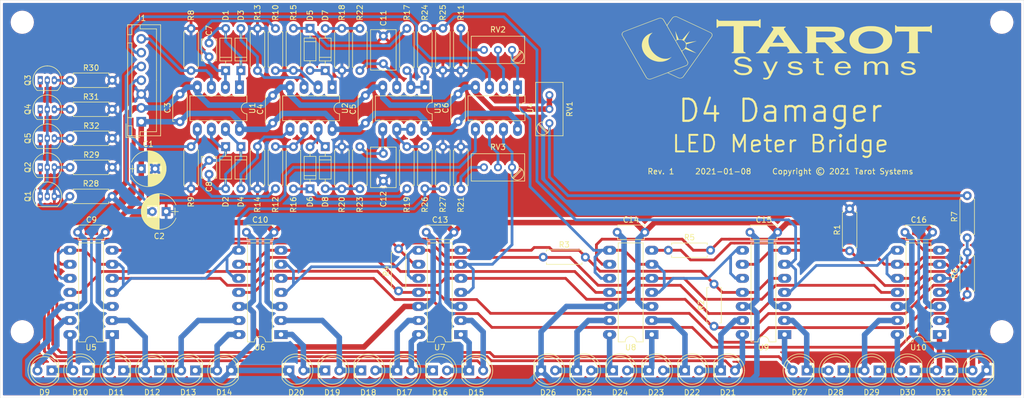
<source format=kicad_pcb>
(kicad_pcb (version 20211014) (generator pcbnew)
  (title_block (title "D4 Damager LED Meter Bridge") (date "2021-01-08") (rev "1") (company "Copyright © 2021 Tarot Systems"))
  (layers (0 "F.Cu" signal) (31 "B.Cu" signal) (36 "B.SilkS" user "B.Silkscreen") (37 "F.SilkS" user "F.Silkscreen") (38 "B.Mask" user) (39 "F.Mask" user) (44 "Edge.Cuts" user))
  (net 0 "")
  (net 1 "+15V")
  (net 2 "GND")
  (net 3 "-15V")
  (net 4 "Net-(C7-Pad1)")
  (net 5 "Net-(C7-Pad2)")
  (net 6 "Net-(C8-Pad1)")
  (net 7 "Net-(C8-Pad2)")
  (net 8 "Net-(C11-Pad1)")
  (net 9 "Net-(C12-Pad1)")
  (net 10 "Net-(D3-Pad2)")
  (net 11 "Net-(D4-Pad2)")
  (net 12 "Net-(D5-Pad1)")
  (net 13 "Net-(D5-Pad2)")
  (net 14 "Net-(D6-Pad1)")
  (net 15 "Net-(D6-Pad2)")
  (net 16 "Net-(D7-Pad2)")
  (net 17 "Net-(D8-Pad2)")
  (net 18 "Net-(D10-Pad2)")
  (net 19 "Net-(D9-Pad2)")
  (net 20 "Net-(D10-Pad1)")
  (net 21 "Net-(D11-Pad1)")
  (net 22 "Net-(D12-Pad1)")
  (net 23 "Net-(D13-Pad1)")
  (net 24 "Net-(D15-Pad1)")
  (net 25 "Net-(D15-Pad2)")
  (net 26 "Net-(D16-Pad1)")
  (net 27 "Net-(D17-Pad1)")
  (net 28 "Net-(D18-Pad1)")
  (net 29 "Net-(D19-Pad1)")
  (net 30 "Net-(D21-Pad1)")
  (net 31 "Net-(D21-Pad2)")
  (net 32 "Net-(D22-Pad1)")
  (net 33 "Net-(D23-Pad1)")
  (net 34 "Net-(D24-Pad1)")
  (net 35 "Net-(D25-Pad1)")
  (net 36 "Net-(D27-Pad1)")
  (net 37 "Net-(D27-Pad2)")
  (net 38 "Net-(D28-Pad1)")
  (net 39 "Net-(D29-Pad1)")
  (net 40 "Net-(D30-Pad1)")
  (net 41 "Net-(D31-Pad1)")
  (net 42 "Net-(J1-Pad4)")
  (net 43 "Net-(J1-Pad5)")
  (net 44 "Net-(J1-Pad6)")
  (net 45 "Net-(J1-Pad7)")
  (net 46 "Net-(Q1-Pad2)")
  (net 47 "Net-(Q1-Pad1)")
  (net 48 "Net-(Q3-Pad3)")
  (net 49 "Net-(Q4-Pad3)")
  (net 50 "Net-(Q5-Pad3)")
  (net 51 "/VU30")
  (net 52 "/VU24")
  (net 53 "/VU18")
  (net 54 "/VU12")
  (net 55 "/VU6")
  (net 56 "/VU0")
  (net 57 "Net-(R7-Pad2)")
  (net 58 "Net-(R10-Pad1)")
  (net 59 "Net-(R11-Pad1)")
  (net 60 "Net-(R12-Pad1)")
  (net 61 "Net-(R17-Pad1)")
  (net 62 "Net-(R19-Pad1)")
  (net 63 "Net-(R21-Pad1)")
  (net 64 "Net-(R24-Pad2)")
  (net 65 "Net-(R26-Pad2)")
  (net 66 "Net-(RV2-Pad1)")
  (net 67 "Net-(RV2-Pad2)")
  (net 68 "Net-(RV3-Pad1)")
  (net 69 "Net-(RV3-Pad2)")
  (footprint "Capacitors_THT:CP_Radial_D6.3mm_P2.50mm" (layer "F.Cu") (at 82.5 92.5)
    (fp_text reference "C1")
    (fp_text value "100u 25V")
  )
  (footprint "Capacitors_THT:CP_Radial_D6.3mm_P2.50mm" (layer "F.Cu") (at 87 100.25 180)
    (fp_text reference "C2")
    (fp_text value "100u 25V")
  )
  (footprint "Capacitors_THT:C_Disc_D3.8mm_W2.6mm_P2.50mm" (layer "F.Cu") (at 94.75 91 -90)
    (fp_text reference "C8")
    (fp_text value "33p")
  )
  (footprint "Capacitors_THT:C_Disc_D4.7mm_W2.5mm_P5.00mm" (layer "F.Cu") (at 106.5 104 180)
    (fp_text reference "C10")
    (fp_text value "100n")
  )
  (footprint "Capacitors_THT:C_Rect_L7.2mm_W4.5mm_P5.00mm_FKS2_FKP2_MKS2_MKP2" (layer "F.Cu") (at 126.25 89.75 -90)
    (fp_text reference "C12")
    (fp_text value "560n")
  )
  (footprint "Capacitors_THT:C_Disc_D4.7mm_W2.5mm_P5.00mm" (layer "F.Cu") (at 139 104 180)
    (fp_text reference "C13")
    (fp_text value "100n")
  )
  (footprint "Capacitors_THT:C_Disc_D4.7mm_W2.5mm_P5.00mm" (layer "F.Cu") (at 173.5 104 180)
    (fp_text reference "C14")
    (fp_text value "100n")
  )
  (footprint "Diodes_THT:D_DO-35_SOD27_P7.62mm_Horizontal" (layer "F.Cu") (at 97.75 74.75 90)
    (fp_text reference "D1")
    (fp_text value "1N4148")
  )
  (footprint "Diodes_THT:D_DO-35_SOD27_P7.62mm_Horizontal" (layer "F.Cu") (at 97.75 88.5 -90)
    (fp_text reference "D2")
    (fp_text value "1N4148")
  )
  (footprint "Diodes_THT:D_DO-35_SOD27_P7.62mm_Horizontal" (layer "F.Cu") (at 100.5 74.75 90)
    (fp_text reference "D3")
    (fp_text value "1N4148")
  )
  (footprint "Diodes_THT:D_DO-35_SOD27_P7.62mm_Horizontal" (layer "F.Cu") (at 100.5 88.5 -90)
    (fp_text reference "D4")
    (fp_text value "1N4148")
  )
  (footprint "Diodes_THT:D_DO-35_SOD27_P7.62mm_Horizontal" (layer "F.Cu") (at 113 96.15 90)
    (fp_text reference "D6")
    (fp_text value "1N4148")
  )
  (footprint "Diodes_THT:D_DO-35_SOD27_P7.62mm_Horizontal" (layer "F.Cu") (at 115.75 74.75 90)
    (fp_text reference "D7")
    (fp_text value "1N4148")
  )
  (footprint "LEDs:LED_D5.0mm" (layer "F.Cu") (at 79.25 129 180)
    (fp_text reference "D11")
    (fp_text value "GREEN")
  )
  (footprint "LEDs:LED_D5.0mm" (layer "F.Cu") (at 141.75 129)
    (fp_text reference "D15")
    (fp_text value "GREEN")
  )
  (footprint "LEDs:LED_D5.0mm" (layer "F.Cu") (at 135.21 129)
    (fp_text reference "D16")
    (fp_text value "GREEN")
  )
  (footprint "LEDs:LED_D5.0mm" (layer "F.Cu") (at 128.75 129)
    (fp_text reference "D17")
    (fp_text value "GREEN")
  )
  (footprint "LEDs:LED_D5.0mm" (layer "F.Cu") (at 122.25 129)
    (fp_text reference "D18")
    (fp_text value "GREEN")
  )
  (footprint "LEDs:LED_D5.0mm" (layer "F.Cu") (at 115.75 129)
    (fp_text reference "D19")
    (fp_text value "GREEN")
  )
  (footprint "LEDs:LED_D5.0mm" (layer "F.Cu") (at 109.25 129)
    (fp_text reference "D20")
    (fp_text value "GREEN")
  )
  (footprint "LEDs:LED_D5.0mm" (layer "F.Cu") (at 187.25 129)
    (fp_text reference "D21")
    (fp_text value "GREEN")
  )
  (footprint "LEDs:LED_D5.0mm" (layer "F.Cu") (at 167.75 129)
    (fp_text reference "D24")
    (fp_text value "GREEN")
  )
  (footprint "LEDs:LED_D5.0mm" (layer "F.Cu") (at 161.25 129)
    (fp_text reference "D25")
    (fp_text value "GREEN")
  )
  (footprint "LEDs:LED_D5.0mm" (layer "F.Cu") (at 154.75 129)
    (fp_text reference "D26")
    (fp_text value "GREEN")
  )
  (footprint "LEDs:LED_D5.0mm" (layer "F.Cu") (at 202.75 129 180)
    (fp_text reference "D27")
    (fp_text value "GREEN")
  )
  (footprint "LEDs:LED_D5.0mm" (layer "F.Cu") (at 209.25 129 180)
    (fp_text reference "D28")
    (fp_text value "GREEN")
  )
  (footprint "LEDs:LED_D5.0mm" (layer "F.Cu") (at 215.75 129 180)
    (fp_text reference "D29")
    (fp_text value "GREEN")
  )
  (footprint "LEDs:LED_D5.0mm" (layer "F.Cu") (at 222.25 129 180)
    (fp_text reference "D30")
    (fp_text value "GREEN")
  )
  (footprint "LEDs:LED_D5.0mm" (layer "F.Cu") (at 228.75 129 180)
    (fp_text reference "D31")
    (fp_text value "YELLOW")
  )
  (footprint "LEDs:LED_D5.0mm" (layer "F.Cu") (at 235.25 129 180)
    (fp_text reference "D32")
    (fp_text value "RED")
  )
  (footprint "Connectors_JST:JST_XH_B07B-XH-A_07x2.50mm_Straight" (layer "F.Cu") (at 82.5 84 90)
    (fp_text reference "J1")
    (fp_text value "INPUT")
  )
  (footprint "TO_SOT_Packages_THT:TO-92_Inline_Narrow_Oval" (layer "F.Cu") (at 64.25 97.5)
    (fp_text reference "Q1")
    (fp_text value "BC556")
  )
  (footprint "TO_SOT_Packages_THT:TO-92_Inline_Narrow_Oval" (layer "F.Cu") (at 64.25 92.25)
    (fp_text reference "Q2")
    (fp_text value "BC556")
  )
  (footprint "TO_SOT_Packages_THT:TO-92_Inline_Narrow_Oval" (layer "F.Cu") (at 64.25 76.5)
    (fp_text reference "Q3")
    (fp_text value "BC556")
  )
  (footprint "TO_SOT_Packages_THT:TO-92_Inline_Narrow_Oval" (layer "F.Cu") (at 64.25 81.75)
    (fp_text reference "Q4")
    (fp_text value "BC556")
  )
  (footprint "TO_SOT_Packages_THT:TO-92_Inline_Narrow_Oval" (layer "F.Cu") (at 64.25 87)
    (fp_text reference "Q5")
    (fp_text value "BC556")
  )
  (footprint "amproc:R_Axial_DIN0207_L6.3mm_D2.5mm_P7.62mm_Horizontal_FabText" (layer "F.Cu") (at 210.5 99.75 -90)
    (fp_text reference "R1")
    (fp_text value "1k")
  )
  (footprint "amproc:R_Axial_DIN0207_L6.3mm_D2.5mm_P7.62mm_Horizontal_FabText" (layer "F.Cu") (at 162.75 108.5 180)
    (fp_text reference "R3")
    (fp_text value "2k")
  )
  (footprint "amproc:R_Axial_DIN0207_L6.3mm_D2.5mm_P7.62mm_Horizontal_FabText" (layer "F.Cu") (at 129 107 -90)
    (fp_text reference "R4")
    (fp_text value "3k9")
  )
  (footprint "amproc:R_Axial_DIN0207_L6.3mm_D2.5mm_P7.62mm_Horizontal_FabText" (layer "F.Cu") (at 177.75 107.25)
    (fp_text reference "R5")
    (fp_text value "8k2")
  )
  (footprint "amproc:R_Axial_DIN0207_L6.3mm_D2.5mm_P7.62mm_Horizontal_FabText" (layer "F.Cu") (at 231.75 115.25 90)
    (fp_text reference "R6")
    (fp_text value "16k")
  )
  (footprint "amproc:R_Axial_DIN0207_L6.3mm_D2.5mm_P7.62mm_Horizontal_FabText" (layer "F.Cu") (at 231.75 105 90)
    (fp_text reference "R7")
    (fp_text value "240k")
  )
  (footprint "amproc:R_Axial_DIN0207_L6.3mm_D2.5mm_P7.62mm_Horizontal_FabText" (layer "F.Cu") (at 91.5 74.75 90)
    (fp_text reference "R8")
    (fp_text value "10k")
  )
  (footprint "amproc:R_Axial_DIN0207_L6.3mm_D2.5mm_P7.62mm_Horizontal_FabText" (layer "F.Cu") (at 91.5 88.5 -90)
    (fp_text reference "R9")
    (fp_text value "10k")
  )
  (footprint "amproc:R_Axial_DIN0207_L6.3mm_D2.5mm_P7.62mm_Horizontal_FabText" (layer "F.Cu") (at 106.75 74.75 90)
    (fp_text reference "R10")
    (fp_text value "10k")
  )
  (footprint "amproc:R_Axial_DIN0207_L6.3mm_D2.5mm_P7.62mm_Horizontal_FabText" (layer "F.Cu") (at 106.75 88.5 -90)
    (fp_text reference "R12")
    (fp_text value "10k")
  )
  (footprint "amproc:R_Axial_DIN0207_L6.3mm_D2.5mm_P7.62mm_Horizontal_FabText" (layer "F.Cu") (at 103.5 74.75 90)
    (fp_text reference "R13")
    (fp_text value "10k")
  )
  (footprint "amproc:R_Axial_DIN0207_L6.3mm_D2.5mm_P7.62mm_Horizontal_FabText" (layer "F.Cu") (at 103.5 88.5 -90)
    (fp_text reference "R14")
    (fp_text value "10k")
  )
  (footprint "amproc:R_Axial_DIN0207_L6.3mm_D2.5mm_P7.62mm_Horizontal_FabText" (layer "F.Cu") (at 110 67.1 -90)
    (fp_text reference "R15")
    (fp_text value "10k")
  )
  (footprint "amproc:R_Axial_DIN0207_L6.3mm_D2.5mm_P7.62mm_Horizontal_FabText" (layer "F.Cu") (at 130.5 74.75 90)
    (fp_text reference "R17")
    (fp_text value "10k")
  )
  (footprint "amproc:R_Axial_DIN0207_L6.3mm_D2.5mm_P7.62mm_Horizontal_FabText" (layer "F.Cu") (at 118.75 67.1 -90)
    (fp_text reference "R18")
    (fp_text value "1M")
  )
  (footprint "amproc:R_Axial_DIN0207_L6.3mm_D2.5mm_P7.62mm_Horizontal_FabText" (layer "F.Cu") (at 130.5 88.5 -90)
    (fp_text reference "R19")
    (fp_text value "10k")
  )
  (footprint "amproc:R_Axial_DIN0207_L6.3mm_D2.5mm_P7.62mm_Horizontal_FabText" (layer "F.Cu") (at 118.75 96.15 90)
    (fp_text reference "R20")
    (fp_text value "1M")
  )
  (footprint "amproc:R_Axial_DIN0207_L6.3mm_D2.5mm_P7.62mm_Horizontal_FabText" (layer "F.Cu") (at 140.25 96.15 90)
    (fp_text reference "R21")
    (fp_text value "390")
  )
  (footprint "amproc:R_Axial_DIN0207_L6.3mm_D2.5mm_P7.62mm_Horizontal_FabText" (layer "F.Cu") (at 122 74.75 90)
    (fp_text reference "R22")
    (fp_text value "5k6")
  )
  (footprint "amproc:R_Axial_DIN0207_L6.3mm_D2.5mm_P7.62mm_Horizontal_FabText" (layer "F.Cu") (at 133.75 74.75 90)
    (fp_text reference "R24")
    (fp_text value "10k")
  )
  (footprint "amproc:R_Axial_DIN0207_L6.3mm_D2.5mm_P7.62mm_Horizontal_FabText" (layer "F.Cu") (at 137 67.1 -90)
    (fp_text reference "R25")
    (fp_text value "10k")
  )
  (footprint "amproc:R_Axial_DIN0207_L6.3mm_D2.5mm_P7.62mm_Horizontal_FabText" (layer "F.Cu") (at 133.75 88.5 -90)
    (fp_text reference "R26")
    (fp_text value "30k")
  )
  (footprint "amproc:R_Axial_DIN0207_L6.3mm_D2.5mm_P7.62mm_Horizontal_FabText" (layer "F.Cu") (at 69.6 97.5)
    (fp_text reference "R28")
    (fp_text value "5k6")
  )
  (footprint "amproc:R_Axial_DIN0207_L6.3mm_D2.5mm_P7.62mm_Horizontal_FabText" (layer "F.Cu") (at 77.25 92.25 180)
    (fp_text reference "R29")
    (fp_text value "100")
  )
  (footprint "amproc:R_Axial_DIN0207_L6.3mm_D2.5mm_P7.62mm_Horizontal_FabText" (layer "F.Cu") (at 77.25 76.5 180)
    (fp_text reference "R30")
    (fp_text value "100")
  )
  (footprint "amproc:R_Axial_DIN0207_L6.3mm_D2.5mm_P7.62mm_Horizontal_FabText" (layer "F.Cu") (at 77.25 81.75 180)
    (fp_text reference "R31")
    (fp_text value "100")
  )
  (footprint "amproc:R_Axial_DIN0207_L6.3mm_D2.5mm_P7.62mm_Horizontal_FabText" (layer "F.Cu") (at 77.25 87 180)
    (fp_text reference "R32")
    (fp_text value "100")
  )
  (footprint "amproc:Potentiometer_Trimmer_Bourns_3296W_FabText" (layer "F.Cu") (at 156.25 84.25 -90)
    (fp_text reference "RV1")
    (fp_text value "10k")
  )
  (footprint "amproc:Potentiometer_Trimmer_Bourns_3296W_FabText" (layer "F.Cu") (at 149.5 71)
    (fp_text reference "RV2")
    (fp_text value "10k")
  )
  (footprint "amproc:Potentiometer_Trimmer_Bourns_3296W_FabText" (layer "F.Cu") (at 149.5 92.25)
    (fp_text reference "RV3")
    (fp_text value "10k")
  )
  (footprint "Housings_DIP:DIP-8_W7.62mm_LongPads" (layer "F.Cu") (at 117 77.75 -90)
    (fp_text reference "U2")
    (fp_text value "TL072")
  )
  (footprint "Housings_DIP:DIP-8_W7.62mm_LongPads" (layer "F.Cu") (at 133.75 77.75 -90)
    (fp_text reference "U3")
    (fp_text value "TL072")
  )
  (footprint "Housings_DIP:DIP-14_W7.62mm_LongPads" (layer "F.Cu") (at 107.75 122.5 180)
    (fp_text reference "U6")
    (fp_text value "LM339")
  )
  (footprint "Housings_DIP:DIP-14_W7.62mm_LongPads" (layer "F.Cu") (at 140.25 122.5 180)
    (fp_text reference "U7")
    (fp_text value "LM339")
  )
  (footprint "Housings_DIP:DIP-14_W7.62mm_LongPads" (layer "F.Cu") (at 198.75 122.5 180)
    (fp_text reference "U9")
    (fp_text value "LM339")
  )
  (footprint "LEDs:LED_D5.0mm" (layer "F.Cu") (at 92.25 129 180)
    (fp_text reference "D13")
    (fp_text value "YELLOW")
  )
  (footprint "LEDs:LED_D5.0mm" (layer "F.Cu") (at 66.29 129 180)
    (fp_text reference "D9")
    (fp_text value "GREEN")
  )
  (footprint "LEDs:LED_D5.0mm" (layer "F.Cu") (at 98.75 129 180)
    (fp_text reference "D14")
    (fp_text value "RED")
  )
  (footprint "LEDs:LED_D5.0mm" (layer "F.Cu") (at 85.75 129 180)
    (fp_text reference "D12")
    (fp_text value "GREEN")
  )
  (footprint "LEDs:LED_D5.0mm" (layer "F.Cu") (at 72.75 129 180)
    (fp_text reference "D10")
    (fp_text value "GREEN")
  )
  (footprint "LEDs:LED_D5.0mm" (layer "F.Cu") (at 174.25 129)
    (fp_text reference "D23")
    (fp_text value "GREEN")
  )
  (footprint "LEDs:LED_D5.0mm" (layer "F.Cu") (at 180.75 129)
    (fp_text reference "D22")
    (fp_text value "GREEN")
  )
  (footprint "Housings_DIP:DIP-14_W7.62mm_LongPads" (layer "F.Cu") (at 77.25 122.5 180)
    (fp_text reference "U5")
    (fp_text value "LM339")
  )
  (footprint "Housings_DIP:DIP-14_W7.62mm_LongPads" (layer "F.Cu") (at 226.75 122.5 180)
    (fp_text reference "U10")
    (fp_text value "LM339")
  )
  (footprint "Housings_DIP:DIP-14_W7.62mm_LongPads" (layer "F.Cu") (at 174.75 122.5 180)
    (fp_text reference "U8")
    (fp_text value "LM339")
  )
  (footprint "Capacitors_THT:C_Rect_L7.2mm_W4.5mm_P5.00mm_FKS2_FKP2_MKS2_MKP2" (layer "F.Cu") (at 126.25 73.5 90)
    (fp_text reference "C11")
    (fp_text value "560n")
  )
  (footprint "Capacitors_THT:C_Disc_D4.7mm_W2.5mm_P5.00mm" (layer "F.Cu") (at 197.5 104 180)
    (fp_text reference "C15")
    (fp_text value "100n")
  )
  (footprint "Capacitors_THT:C_Disc_D4.7mm_W2.5mm_P5.00mm" (layer "F.Cu") (at 76 104 180)
    (fp_text reference "C9")
    (fp_text value "100n")
  )
  (footprint "Capacitors_THT:C_Disc_D4.7mm_W2.5mm_P5.00mm" (layer "F.Cu") (at 225.5 104 180)
    (fp_text reference "C16")
    (fp_text value "100n")
  )
  (footprint "Capacitors_THT:C_Disc_D4.7mm_W2.5mm_P5.00mm" (layer "F.Cu") (at 89.5 84 90)
    (fp_text reference "C3")
    (fp_text value "100n")
  )
  (footprint "Capacitors_THT:C_Disc_D4.7mm_W2.5mm_P5.00mm" (layer "F.Cu") (at 106.25 84.25 90)
    (fp_text reference "C4")
    (fp_text value "100n")
  )
  (footprint "Housings_DIP:DIP-8_W7.62mm_LongPads" (layer "F.Cu") (at 100.25 77.75 -90)
    (fp_text reference "U1")
    (fp_text value "TL072")
  )
  (footprint "Capacitors_THT:C_Disc_D4.7mm_W2.5mm_P5.00mm" (layer "F.Cu") (at 123 84.25 90)
    (fp_text reference "C5")
    (fp_text value "100n")
  )
  (footprint "amproc:R_Axial_DIN0207_L6.3mm_D2.5mm_P7.62mm_Horizontal_FabText" (layer "F.Cu") (at 122 88.5 -90)
    (fp_text reference "R23")
    (fp_text value "5k6")
  )
  (footprint "Capacitors_THT:C_Disc_D3.8mm_W2.6mm_P2.50mm" (layer "F.Cu") (at 94.75 72.25 90)
    (fp_text reference "C7")
    (fp_text value "33p")
  )
  (footprint "Diodes_THT:D_DO-35_SOD27_P7.62mm_Horizontal" (layer "F.Cu") (at 113 67.1 -90)
    (fp_text reference "D5")
    (fp_text value "1N4148")
  )
  (footprint "amproc:R_Axial_DIN0207_L6.3mm_D2.5mm_P7.62mm_Horizontal_FabText" (layer "F.Cu") (at 110 96.15 90)
    (fp_text reference "R16")
    (fp_text value "10k")
  )
  (footprint "Diodes_THT:D_DO-35_SOD27_P7.62mm_Horizontal" (layer "F.Cu") (at 115.75 88.5 -90)
    (fp_text reference "D8")
    (fp_text value "1N4148")
  )
  (footprint "amproc:R_Axial_DIN0207_L6.3mm_D2.5mm_P7.62mm_Horizontal_FabText" (layer "F.Cu") (at 137 96.15 90)
    (fp_text reference "R27")
    (fp_text value "10k")
  )
  (footprint "Capacitors_THT:C_Disc_D4.7mm_W2.5mm_P5.00mm" (layer "F.Cu") (at 139.75 84 90)
    (fp_text reference "C6")
    (fp_text value "100n")
  )
  (footprint "amproc:R_Axial_DIN0207_L6.3mm_D2.5mm_P7.62mm_Horizontal_FabText" (layer "F.Cu") (at 140.25 67.1 -90)
    (fp_text reference "R11")
    (fp_text value "390")
  )
  (footprint "amproc:R_Axial_DIN0207_L6.3mm_D2.5mm_P7.62mm_Horizontal_FabText" (layer "F.Cu") (at 186 121 90)
    (fp_text reference "R2")
    (fp_text value "1k")
  )
  (footprint "Housings_DIP:DIP-8_W7.62mm_LongPads" (layer "F.Cu") (at 150.5 77.75 -90)
    (fp_text reference "U4")
    (fp_text value "TL072")
  )
  (footprint "Mounting_Holes:MountingHole_3.2mm_M3" (layer "F.Cu") (at 238 122)
    (fp_text reference "H2" hide)
    (fp_text value "M3")
  )
  (footprint "Mounting_Holes:MountingHole_3.2mm_M3" (layer "F.Cu") (at 61 66)
    (fp_text reference "H3" hide)
    (fp_text value "M3")
  )
  (footprint "Mounting_Holes:MountingHole_3.2mm_M3" (layer "F.Cu") (at 238 66)
    (fp_text reference "H4" hide)
    (fp_text value "M3")
  )
  (footprint "Mounting_Holes:MountingHole_3.2mm_M3" (layer "F.Cu") (at 61 122)
    (fp_text reference "H1" hide)
    (fp_text value "M3")
  )
  (footprint "tarot:tarot_logo_fsilk_60mm" (layer "F.Cu") (at 198 71)
    (fp_text reference "G1" hide)
    (fp_text value "LOGO" hide)
  )
  (gr_line (start 57 134) (end 57 62) (layer "Edge.Cuts") (width 0.05))
  (gr_line (start 242 62) (end 242 134) (layer "Edge.Cuts") (width 0.05))
  (gr_line (start 242 134) (end 238.75 134) (layer "Edge.Cuts") (width 0.05))
  (gr_line (start 57 62) (end 242 62) (layer "Edge.Cuts") (width 0.05))
  (gr_line (start 59.75 134) (end 238.75 134) (layer "Edge.Cuts") (width 0.05))
  (gr_line (start 59.75 134) (end 59.5 134) (layer "Edge.Cuts") (width 0.05))
  (gr_line (start 59.5 134) (end 57 134) (layer "Edge.Cuts") (width 0.05))
  (gr_text "D4 Damager" (at 198 82) (layer "F.SilkS") (effects (font (size 4 4) (thickness 0.4))))
  (gr_text "LED Meter Bridge" (at 198 88) (layer "F.SilkS") (effects (font (size 3 3) (thickness 0.35))))
  (gr_text "Rev. 1     2021-01-08     Copyright © 2021 Tarot Systems" (at 198 93) (layer "F.SilkS") (effects (font (size 1 1))))
  (segment (start 106.5 104) (end 108.25 102.25) (width 1) (layer "F.Cu") (net 1))
  (segment (start 140.75 102.25) (end 171.75 102.25) (width 1) (layer "F.Cu") (net 1))
  (segment (start 175.25 102.25) (end 195.75 102.25) (width 1) (layer "F.Cu") (net 1))
  (segment (start 223.75 102.25) (end 225.5 104) (width 1) (layer "F.Cu") (net 1))
  (segment (start 139 104) (end 140.75 102.25) (width 1) (layer "F.Cu") (net 1))
  (segment (start 108.25 102.25) (end 137.25 102.25) (width 1) (layer "F.Cu") (net 1))
  (segment (start 171.75 102.25) (end 173.5 104) (width 1) (layer "F.Cu") (net 1))
  (segment (start 104.75 102.25) (end 77.75 102.25) (width 1) (layer "F.Cu") (net 1))
  (segment (start 173.5 104) (end 175.25 102.25) (width 1) (layer "F.Cu") (net 1))
  (segment (start 82.5 84) (end 82.5 97.5) (width 1) (layer "F.Cu") (net 1))
  (segment (start 82.5 97.5) (end 76 104) (width 1) (layer "F.Cu") (net 1))
  (segment (start 199.25 102.25) (end 223.75 102.25) (width 1) (layer "F.Cu") (net 1))
  (segment (start 195.75 102.25) (end 197.5 104) (width 1) (layer "F.Cu") (net 1))
  (segment (start 106.5 104) (end 104.75 102.25) (width 1) (layer "F.Cu") (net 1))
  (segment (start 137.25 102.25) (end 139 104) (width 1) (layer "F.Cu") (net 1))
  (segment (start 197.5 104) (end 199.25 102.25) (width 1) (layer "F.Cu") (net 1))
  (segment (start 77.75 102.25) (end 76 104) (width 1) (layer "F.Cu") (net 1))
  (segment (start 91 82.5) (end 98.75 82.5) (width 1) (layer "B.Cu") (net 1))
  (segment (start 172.25 116.5) (end 173.17 117.42) (width 1) (layer "B.Cu") (net 1))
  (segment (start 74.75 105.25) (end 74.75 106) (width 1) (layer "B.Cu") (net 1))
  (segment (start 224.25 105.25) (end 224.25 105.5) (width 1) (layer "B.Cu") (net 1))
  (segment (start 224.25 105.5) (end 224.25 116.5) (width 1) (layer "B.Cu") (net 1))
  (segment (start 105.25 116.5) (end 106.17 117.42) (width 1) (layer "B.Cu") (net 1))
  (segment (start 173.17 117.42) (end 174.75 117.42) (width 1) (layer "B.Cu") (net 1))
  (segment (start 121.88 85.37) (end 123 84.25) (width 1) (layer "B.Cu") (net 1))
  (segment (start 123 84.25) (end 124.75 82.5) (width 1) (layer "B.Cu") (net 1))
  (segment (start 108 82.5) (end 115.75 82.5) (width 1) (layer "B.Cu") (net 1))
  (segment (start 225.5 104) (end 224.25 105.25) (width 1) (layer "B.Cu") (net 1))
  (segment (start 75.67 117.42) (end 77.25 117.42) (width 1) (layer "B.Cu") (net 1))
  (segment (start 98.75 82.5) (end 100.25 84) (width 1) (layer "B.Cu") (net 1))
  (segment (start 225.17 117.42) (end 226.75 117.42) (width 1) (layer "B.Cu") (net 1))
  (segment (start 139 104) (end 137.75 105.25) (width 1) (layer "B.Cu") (net 1))
  (segment (start 106.5 104) (end 105.25 105.25) (width 1) (layer "B.Cu") (net 1))
  (segment (start 197.5 104) (end 196.25 105.25) (width 1) (layer "B.Cu") (net 1))
  (segment (start 105.25 105.75) (end 105.25 116.5) (width 1) (layer "B.Cu") (net 1))
  (segment (start 133.75 85.37) (end 138.38 85.37) (width 1) (layer "B.Cu") (net 1))
  (segment (start 106.25 84.25) (end 108 82.5) (width 1) (layer "B.Cu") (net 1))
  (segment (start 137.75 105.25) (end 137.75 106) (width 1) (layer "B.Cu") (net 1))
  (segment (start 89.5 84) (end 91 82.5) (width 1) (layer "B.Cu") (net 1))
  (segment (start 105.13 85.37) (end 106.25 84.25) (width 1) (layer "B.Cu") (net 1))
  (segment (start 100.25 85.37) (end 105.13 85.37) (width 1) (layer "B.Cu") (net 1))
  (segment (start 100.25 84) (end 100.25 85.37) (width 1) (layer "B.Cu") (net 1))
  (segment (start 149 82.5) (end 150.5 84) (width 1) (layer "B.Cu") (net 1))
  (segment (start 138.67 117.42) (end 140.25 117.42) (width 1) (layer "B.Cu") (net 1))
  (segment (start 106.17 117.42) (end 107.75 117.42) (width 1) (layer "B.Cu") (net 1))
  (segment (start 197.17 117.42) (end 198.75 117.42) (width 1) (layer "B.Cu") (net 1))
  (segment (start 132.5 82.5) (end 133.75 83.75) (width 1) (layer "B.Cu") (net 1))
  (segment (start 196.25 105.25) (end 196.25 106) (width 1) (layer "B.Cu") (net 1))
  (segment (start 139.75 84) (end 141.25 82.5) (width 1) (layer "B.Cu") (net 1))
  (segment (start 196.25 116.5) (end 197.17 117.42) (width 1) (layer "B.Cu") (net 1))
  (segment (start 137.75 116.5) (end 138.67 117.42) (width 1) (layer "B.Cu") (net 1))
  (segment (start 105.25 105.25) (end 105.25 105.75) (width 1) (layer "B.Cu") (net 1))
  (segment (start 74.75 116.5) (end 75.67 117.42) (width 1) (layer "B.Cu") (net 1))
  (segment (start 224.25 116.5) (end 225.17 117.42) (width 1) (layer "B.Cu") (net 1))
  (segment (start 124.75 82.5) (end 132.5 82.5) (width 1) (layer "B.Cu") (net 1))
  (segment (start 137.75 106) (end 137.75 116.5) (width 1) (layer "B.Cu") (net 1))
  (segment (start 196.25 106) (end 196.25 116.5) (width 1) (layer "B.Cu") (net 1))
  (segment (start 117 83.75) (end 117 85.37) (width 1) (layer "B.Cu") (net 1))
  (segment (start 115.75 82.5) (end 117 83.75) (width 1) (layer "B.Cu") (net 1))
  (segment (start 172.25 105.25) (end 172.25 105.5) (width 1) (layer "B.Cu") (net 1))
  (segment (start 82.5 84) (end 89.5 84) (width 1) (layer "B.Cu") (net 1))
  (segment (start 117 85.37) (end 121.88 85.37) (width 1) (layer "B.Cu") (net 1))
  (segment (start 76 104) (end 74.75 105.25) (width 1) (layer "B.Cu") (net 1))
  (segment (start 74.75 106) (end 74.75 116.5) (width 1) (layer "B.Cu") (net 1))
  (segment (start 138.38 85.37) (end 139.75 84) (width 1) (layer "B.Cu") (net 1))
  (segment (start 133.75 83.75) (end 133.75 85.37) (width 1) (layer "B.Cu") (net 1))
  (segment (start 172.25 105.5) (end 172.25 116.5) (width 1) (layer "B.Cu") (net 1))
  (segment (start 141.25 82.5) (end 149 82.5) (width 1) (layer "B.Cu") (net 1))
  (segment (start 173.5 104) (end 172.25 105.25) (width 1) (layer "B.Cu") (net 1))
  (segment (start 150.5 84) (end 150.5 85.37) (width 1) (layer "B.Cu") (net 1))
  (segment (start 106 124.75) (end 102.75 121.5) (width 1) (layer "F.Cu") (net 3))
  (segment (start 156.25 79.17) (end 156.25 81.71) (width 1) (layer "F.Cu") (net 3))
  (segment (start 102.75 121.5) (end 102.75 118.5) (width 1) (layer "F.Cu") (net 3))
  (segment (start 79.75 83) (end 79.75 94.97) (width 1) (layer "F.Cu") (net 3))
  (segment (start 79.75 94.97) (end 77.22 97.5) (width 1) (layer "F.Cu") (net 3))
  (segment (start 122.75 124.75) (end 106 124.75) (width 1) (layer "F.Cu") (net 3))
  (segment (start 82.5 81.5) (end 81.25 81.5) (width 1) (layer "F.Cu") (net 3))
  (segment (start 102.75 118.5) (end 101.67 117.42) (width 1) (layer "F.Cu") (net 3))
  (segment (start 130.08 117.42) (end 122.75 124.75) (width 1) (layer "F.Cu") (net 3))
  (segment (start 101.67 117.42) (end 100.13 117.42) (width 1) (layer "F.Cu") (net 3))
  (segment (start 132.63 117.42) (end 130.08 117.42) (width 1) (layer "F.Cu") (net 3))
  (segment (start 145.96 81.71) (end 156.25 81.71) (width 1) (layer "F.Cu") (net 3))
  (segment (start 142.88 77.75) (end 142.88 78.63) (width 1) (layer "F.Cu") (net 3))
  (segment (start 142.88 78.63) (end 145.96 81.71) (width 1) (layer "F.Cu") (net 3))
  (segment (start 81.25 81.5) (end 79.75 83) (width 1) (layer "F.Cu") (net 3))
  (segment (start 109.25 129.5) (end 110.75 131) (width 1) (layer "B.Cu") (net 3))
  (segment (start 109.25 129) (end 109.25 129.5) (width 1) (layer "B.Cu") (net 3))
  (segment (start 221.75 116.25) (end 220.58 117.42) (width 1) (layer "B.Cu") (net 3))
  (segment (start 233.5 130.75) (end 235.25 129) (width 1) (layer "B.Cu") (net 3))
  (segment (start 126.13 79.63) (end 127.5 81) (width 1) (layer "B.Cu") (net 3))
  (segment (start 79.97 100.25) (end 84.5 100.25) (width 1) (layer "B.Cu") (net 3))
  (segment (start 134 104) (end 135.25 105.25) (width 1) (layer "B.Cu") (net 3))
  (segment (start 77.22 97.5) (end 79.97 100.25) (width 1) (layer "B.Cu") (net 3))
  (segment (start 63 130.75) (end 62 129.75) (width 1) (layer "B.Cu") (net 3))
  (segment (start 156.5 130.75) (end 191.75 130.75) (width 1) (layer "B.Cu") (net 3))
  (segment (start 97 130.75) (end 63 130.75) (width 1) (layer "B.Cu") (net 3))
  (segment (start 110.75 131) (end 152.75 131) (width 1) (layer "B.Cu") (net 3))
  (segment (start 98.75 128) (end 102.75 124) (width 1) (layer "B.Cu") (net 3))
  (segment (start 193.75 105.25) (end 193.75 116.25) (width 1) (layer "B.Cu") (net 3))
  (segment (start 101.67 117.42) (end 100.13 117.42) (width 1) (layer "B.Cu") (net 3))
  (segment (start 62 127.25) (end 65.75 123.5) (width 1) (layer "B.Cu") (net 3))
  (segment (start 101.5 104) (end 102.75 105.25) (width 1) (layer "B.Cu") (net 3))
  (segment (start 68.08 117.42) (end 69.63 117.42) (width 1) (layer "B.Cu") (net 3))
  (segment (start 98.75 129) (end 98.75 128) (width 1) (layer "B.Cu") (net 3))
  (segment (start 193.75 118.59) (end 192.58 117.42) (width 1) (layer "B.Cu") (net 3))
  (segment (start 104.5 81) (end 106.25 79.25) (width 1) (layer "B.Cu") (net 3))
  (segment (start 221.75 105.75) (end 221.75 116.25) (width 1) (layer "B.Cu") (net 3))
  (segment (start 102.75 118.5) (end 101.67 117.42) (width 1) (layer "B.Cu") (net 3))
  (segment (start 90.75 77.75) (end 89.5 79) (width 1) (layer "B.Cu") (net 3))
  (segment (start 219.13 117.42) (end 220.67 117.42) (width 1) (layer "B.Cu") (net 3))
  (segment (start 72.25 105.25) (end 72.25 106.5) (width 1) (layer "B.Cu") (net 3))
  (segment (start 77.22 97.5) (end 71 103.72) (width 1) (layer "B.Cu") (net 3))
  (segment (start 65.75 123.5) (end 65.75 119.75) (width 1) (layer "B.Cu") (net 3))
  (segment (start 121.25 81) (end 123 79.25) (width 1) (layer "B.Cu") (net 3))
  (segment (start 92.63 77.75) (end 90.75 77.75) (width 1) (layer "B.Cu") (net 3))
  (segment (start 102.75 105.75) (end 102.75 116.34) (width 1) (layer "B.Cu") (net 3))
  (segment (start 98.75 129) (end 97 130.75) (width 1) (layer "B.Cu") (net 3))
  (segment (start 72.25 106.5) (end 72.25 116.5) (width 1) (layer "B.Cu") (net 3))
  (segment (start 94.75 81) (end 104.5 81) (width 1) (layer "B.Cu") (net 3))
  (segment (start 193.75 116.25) (end 192.58 117.42) (width 1) (layer "B.Cu") (net 3))
  (segment (start 72.25 116.5) (end 71.33 117.42) (width 1) (layer "B.Cu") (net 3))
  (segment (start 192.75 130.75) (end 193.75 129.75) (width 1) (layer "B.Cu") (net 3))
  (segment (start 225.75 126.25) (end 233.75 126.25) (width 1) (layer "B.Cu") (net 3))
  (segment (start 71 104) (end 72.25 105.25) (width 1) (layer "B.Cu") (net 3))
  (segment (start 124.5 77.75) (end 123 79.25) (width 1) (layer "B.Cu") (net 3))
  (segment (start 109.38 77.75) (end 107.75 77.75) (width 1) (layer "B.Cu") (net 3))
  (segment (start 111.25 81) (end 121.25 81) (width 1) (layer "B.Cu") (net 3))
  (segment (start 168.5 104) (end 169.75 105.25) (width 1) (layer "B.Cu") (net 3))
  (segment (start 192.5 104) (end 193.75 105.25) (width 1) (layer "B.Cu") (net 3))
  (segment (start 135.25 105.25) (end 135.25 105.5) (width 1) (layer "B.Cu") (net 3))
  (segment (start 191.75 130.75) (end 192.75 130.75) (width 1) (layer "B.Cu") (net 3))
  (segment (start 139.75 79) (end 141 77.75) (width 1) (layer "B.Cu") (net 3))
  (segment (start 126.13 77.75) (end 126.13 79.63) (width 1) (layer "B.Cu") (net 3))
  (segment (start 102.75 124) (end 102.75 118.5) (width 1) (layer "B.Cu") (net 3))
  (segment (start 167.13 117.42) (end 159.33 117.42) (width 1) (layer "B.Cu") (net 3))
  (segment (start 126.13 77.75) (end 124.5 77.75) (width 1) (layer "B.Cu") (net 3))
  (segment (start 102.75 105.25) (end 102.75 105.75) (width 1) (layer "B.Cu") (net 3))
  (segment (start 62 129.75) (end 62 127.25) (width 1) (layer "B.Cu") (net 3))
  (segment (start 191.75 130.75) (end 233.5 130.75) (width 1) (layer "B.Cu") (net 3))
  (segment (start 221.75 122.25) (end 225.75 126.25) (width 1) (layer "B.Cu") (net 3))
  (segment (start 168.58 117.42) (end 167.13 117.42) (width 1) (layer "B.Cu") (net 3))
  (segment (start 135.25 116.25) (end 134.08 117.42) (width 1) (layer "B.Cu") (net 3))
  (segment (start 169.75 105.75) (end 169.75 116.25) (width 1) (layer "B.Cu") (net 3))
  (segment (start 82.5 81.5) (end 87 81.5) (width 1) (layer "B.Cu") (net 3))
  (segment (start 92.63 78.88) (end 94.75 81) (width 1) (layer "B.Cu") (net 3))
  (segment (start 154.75 122) (end 154.75 129) (width 1) (layer "B.Cu") (net 3))
  (segment (start 134.08 117.42) (end 132.63 117.42) (width 1) (layer "B.Cu") (net 3))
  (segment (start 135.25 105.5) (end 135.25 116.25) (width 1) (layer "B.Cu") (net 3))
  (segment (start 221.75 105.25) (end 221.75 105.75) (width 1) (layer "B.Cu") (net 3))
  (segment (start 102.75 116.34) (end 101.67 117.42) (width 1) (layer "B.Cu") (net 3))
  (segment (start 137.75 81) (end 139.75 79) (width 1) (layer "B.Cu") (net 3))
  (segment (start 154.75 129) (end 156.5 130.75) (width 1) (layer "B.Cu") (net 3))
  (segment (start 71 103.72) (end 71 104) (width 1) (layer "B.Cu") (net 3))
  (segment (start 109.38 77.75) (end 109.38 79.13) (width 1) (layer "B.Cu") (net 3))
  (segment (start 192.58 117.42) (end 191.13 117.42) (width 1) (layer "B.Cu") (net 3))
  (segment (start 87 81.5) (end 89.5 79) (width 1) (layer "B.Cu") (net 3))
  (segment (start 65.75 119.75) (end 68.08 117.42) (width 1) (layer "B.Cu") (net 3))
  (segment (start 109.25 129) (end 98.75 129) (width 1) (layer "B.Cu") (net 3))
  (segment (start 152.75 131) (end 154.75 129) (width 1) (layer "B.Cu") (net 3))
  (segment (start 159.33 117.42) (end 154.75 122) (width 1) (layer "B.Cu") (net 3))
  (segment (start 107.75 77.75) (end 106.25 79.25) (width 1) (layer "B.Cu") (net 3))
  (segment (start 233.75 126.25) (end 235.25 127.75) (width 1) (layer "B.Cu") (net 3))
  (segment (start 220.58 117.42) (end 219.13 117.42) (width 1) (layer "B.Cu") (net 3))
  (segment (start 100.13 117.42) (end 101.17 117.42) (width 1) (layer "B.Cu") (net 3))
  (segment (start 169.75 105.25) (end 169.75 105.75) (width 1) (layer "B.Cu") (net 3))
  (segment (start 193.75 129.75) (end 193.75 118.59) (width 1) (layer "B.Cu") (net 3))
  (segment (start 221.75 118.5) (end 221.75 122.25) (width 1) (layer "B.Cu") (net 3))
  (segment (start 220.67 117.42) (end 221.75 118.5) (width 1) (layer "B.Cu") (net 3))
  (segment (start 109.38 79.13) (end 111.25 81) (width 1) (layer "B.Cu") (net 3))
  (segment (start 169.75 116.25) (end 168.58 117.42) (width 1) (layer "B.Cu") (net 3))
  (segment (start 127.5 81) (end 137.75 81) (width 1) (layer "B.Cu") (net 3))
  (segment (start 235.25 127.75) (end 235.25 129) (width 1) (layer "B.Cu") (net 3))
  (segment (start 71.33 117.42) (end 69.63 117.42) (width 1) (layer "B.Cu") (net 3))
  (segment (start 141 77.75) (end 142.88 77.75) (width 1) (layer "B.Cu") (net 3))
  (segment (start 220.5 104) (end 221.75 105.25) (width 1) (layer "B.Cu") (net 3))
  (segment (start 92.63 77.75) (end 92.63 78.88) (width 1) (layer "B.Cu") (net 3))
  (segment (start 93.25 67.75) (end 95.25 65.75) (width 0.5) (layer "B.Cu") (net 4))
  (segment (start 105.37 65.75) (end 106.75 67.13) (width 0.5) (layer "B.Cu") (net 4))
  (segment (start 97.71 74.79) (end 97.75 74.75) (width 0.5) (layer "B.Cu") (net 4))
  (segment (start 94.75 72.25) (end 93.25 70.75) (width 0.5) (layer "B.Cu") (net 4))
  (segment (start 94.75 73.25) (end 96.25 74.75) (width 0.5) (layer "B.Cu") (net 4))
  (segment (start 94.75 72.25) (end 94.75 73.25) (width 0.5) (layer "B.Cu") (net 4))
  (segment (start 97.71 77.75) (end 97.71 74.79) (width 0.5) (layer "B.Cu") (net 4))
  (segment (start 96.25 74.75) (end 97.75 74.75) (width 0.5) (layer "B.Cu") (net 4))
  (segment (start 93.25 70.75) (end 93.25 67.75) (width 0.5) (layer "B.Cu") (net 4))
  (segment (start 95.25 65.75) (end 105.37 65.75) (width 0.5) (layer "B.Cu") (net 4))
  (segment (start 100.25 75) (end 100.5 74.75) (width 0.5) (layer "B.Cu") (net 5))
  (segment (start 97.75 67.13) (end 97.75 69.5) (width 0.5) (layer "B.Cu") (net 5))
  (segment (start 97.75 69.5) (end 100.5 72.25) (width 0.5) (layer "B.Cu") (net 5))
  (segment (start 96.37 67.13) (end 97.75 67.13) (width 0.5) (layer "B.Cu") (net 5))
  (segment (start 100.25 77.75) (end 100.25 75) (width 0.5) (layer "B.Cu") (net 5))
  (segment (start 94.75 68.75) (end 96.37 67.13) (width 0.5) (layer "B.Cu") (net 5))
  (segment (start 100.5 72.25) (end 100.5 74.75) (width 0.5) (layer "B.Cu") (net 5))
  (segment (start 94.75 69.75) (end 94.75 68.75) (width 0.5) (layer "B.Cu") (net 5))
  (segment (start 95.25 97.5) (end 105.37 97.5) (width 0.5) (layer "B.Cu") (net 6))
  (segment (start 93.25 95.5) (end 95.25 97.5) (width 0.5) (layer "B.Cu") (net 6))
  (segment (start 94.75 91) (end 96.5 91) (width 0.5) (layer "B.Cu") (net 6))
  (segment (start 96.75 88.5) (end 95.17 86.92) (width 0.5) (layer "B.Cu") (net 6))
  (segment (start 94.75 91) (end 93.25 92.5) (width 0.5) (layer "B.Cu") (net 6))
  (segment (start 105.37 97.5) (end 106.75 96.12) (width 0.5) (layer "B.Cu") (net 6))
  (segment (start 97.75 89.75) (end 97.75 88.5) (width 0.5) (layer "B.Cu") (net 6))
  (segment (start 93.25 92.5) (end 93.25 95.5) (width 0.5) (layer "B.Cu") (net 6))
  (segment (start 96.5 91) (end 97.75 89.75) (width 0.5) (layer "B.Cu") (net 6))
  (segment (start 97.75 88.5) (end 96.75 88.5) (width 0.5) (layer "B.Cu") (net 6))
  (segment (start 95.17 86.92) (end 95.17 85.37) (width 0.5) (layer "B.Cu") (net 6))
  (segment (start 96.12 96.12) (end 97.75 96.12) (width 0.5) (layer "B.Cu") (net 7))
  (segment (start 94.75 93.5) (end 94.75 94.75) (width 0.5) (layer "B.Cu") (net 7))
  (segment (start 100.5 88.45) (end 100.5 88.5) (width 0.5) (layer "B.Cu") (net 7))
  (segment (start 100.5 88.5) (end 100.5 90.75) (width 0.5) (layer "B.Cu") (net 7))
  (segment (start 97.71 85.66) (end 100.5 88.45) (width 0.5) (layer "B.Cu") (net 7))
  (segment (start 94.75 94.75) (end 96.12 96.12) (width 0.5) (layer "B.Cu") (net 7))
  (segment (start 97.71 85.37) (end 97.71 85.66) (width 0.5) (layer "B.Cu") (net 7))
  (segment (start 100.5 90.75) (end 97.75 93.5) (width 0.5) (layer "B.Cu") (net 7))
  (segment (start 97.75 93.5) (end 97.75 96.12) (width 0.5) (layer "B.Cu") (net 7))
  (segment (start 126.25 73.5) (end 123.25 73.5) (width 0.5) (layer "B.Cu") (net 8))
  (segment (start 123.25 73.5) (end 122 74.75) (width 0.5) (layer "B.Cu") (net 8))
  (segment (start 128.67 75.92) (end 126.25 73.5) (width 0.5) (layer "B.Cu") (net 8))
  (segment (start 128.67 77.75) (end 128.67 75.92) (width 0.5) (layer "B.Cu") (net 8))
  (segment (start 123.25 89.75) (end 126.25 89.75) (width 0.5) (layer "B.Cu") (net 9))
  (segment (start 126.13 85.37) (end 126.13 89.63) (width 0.5) (layer "B.Cu") (net 9))
  (segment (start 122 88.5) (end 123.25 89.75) (width 0.5) (layer "B.Cu") (net 9))
  (segment (start 126.13 89.63) (end 126.25 89.75) (width 0.5) (layer "B.Cu") (net 9))
  (segment (start 100.5 67.13) (end 100.5 69.25) (width 0.5) (layer "B.Cu") (net 10))
  (segment (start 103.5 72.25) (end 103.5 74.75) (width 0.5) (layer "B.Cu") (net 10))
  (segment (start 100.5 69.25) (end 103.5 72.25) (width 0.5) (layer "B.Cu") (net 10))
  (segment (start 111.25 76) (end 111.92 76.67) (width 0.5) (layer "B.Cu") (net 10))
  (segment (start 103.5 74.75) (end 104.75 76) (width 0.5) (layer "B.Cu") (net 10))
  (segment (start 111.92 76.67) (end 111.92 77.75) (width 0.5) (layer "B.Cu") (net 10))
  (segment (start 104.75 76) (end 111.25 76) (width 0.5) (layer "B.Cu") (net 10))
  (segment (start 103.5 88.5) (end 103.5 88) (width 0.5) (layer "B.Cu") (net 11))
  (segment (start 103.5 90.5) (end 100.5 93.5) (width 0.5) (layer "B.Cu") (net 11))
  (segment (start 104.75 86.75) (end 108 86.75) (width 0.5) (layer "B.Cu") (net 11))
  (segment (start 103.5 88) (end 104.75 86.75) (width 0.5) (layer "B.Cu") (net 11))
  (segment (start 108 86.75) (end 109.38 85.37) (width 0.5) (layer "B.Cu") (net 11))
  (segment (start 100.5 93.5) (end 100.5 96.12) (width 0.5) (layer "B.Cu") (net 11))
  (segment (start 103.5 88.5) (end 103.5 90.5) (width 0.5) (layer "B.Cu") (net 11))
  (segment (start 110 67.1) (end 113 67.1) (width 0.5) (layer "B.Cu") (net 12))
  (segment (start 116.15 70.25) (end 127.38 70.25) (width 0.5) (layer "B.Cu") (net 12))
  (segment (start 113 67.1) (end 116.15 70.25) (width 0.5) (layer "B.Cu") (net 12))
  (segment (start 127.38 70.25) (end 130.5 67.13) (width 0.5) (layer "B.Cu") (net 12))
  (segment (start 115.72 74.72) (end 115.75 74.75) (width 0.5) (layer "B.Cu") (net 13))
  (segment (start 117 77.75) (end 117 76) (width 0.5) (layer "B.Cu") (net 13))
  (segment (start 117 76) (end 115.75 74.75) (width 0.5) (layer "B.Cu") (net 13))
  (segment (start 113 74.72) (end 115.72 74.72) (width 0.5) (layer "B.Cu") (net 13))
  (segment (start 113 96.15) (end 114.35 97.5) (width 0.5) (layer "B.Cu") (net 14))
  (segment (start 114.35 97.5) (end 129.12 97.5) (width 0.5) (layer "B.Cu") (net 14))
  (segment (start 113 96.15) (end 110 96.15) (width 0.5) (layer "B.Cu") (net 14))
  (segment (start 129.12 97.5) (end 130.5 96.12) (width 0.5) (layer "B.Cu") (net 14))
  (segment (start 114.46 87.07) (end 113 88.53) (width 0.5) (layer "B.Cu") (net 15))
  (segment (start 114.46 85.37) (end 114.46 87.21) (width 0.5) (layer "B.Cu") (net 15))
  (segment (start 114.46 87.21) (end 115.75 88.5) (width 0.5) (layer "B.Cu") (net 15))
  (segment (start 114.46 85.37) (end 114.46 87.07) (width 0.5) (layer "B.Cu") (net 15))
  (segment (start 121.97 67.1) (end 122 67.13) (width 0.5) (layer "B.Cu") (net 16))
  (segment (start 118.75 67.1) (end 121.97 67.1) (width 0.5) (layer "B.Cu") (net 16))
  (segment (start 118.72 67.13) (end 118.75 67.1) (width 0.5) (layer "B.Cu") (net 16))
  (segment (start 115.75 67.13) (end 118.72 67.13) (width 0.5) (layer "B.Cu") (net 16))
  (segment (start 118.75 96.15) (end 115.78 96.15) (width 0.5) (layer "B.Cu") (net 17))
  (segment (start 115.78 96.15) (end 115.75 96.12) (width 0.5) (layer "B.Cu") (net 17))
  (segment (start 118.78 96.12) (end 118.75 96.15) (width 0.5) (layer "B.Cu") (net 17))
  (segment (start 122 96.12) (end 118.78 96.12) (width 0.5) (layer "B.Cu") (net 17))
  (segment (start 66.29 129) (end 70.21 129) (width 1) (layer "B.Cu") (net 18))
  (segment (start 69.63 122.5) (end 69.63 128.42) (width 1) (layer "B.Cu") (net 18))
  (segment (start 69.63 128.42) (end 70.21 129) (width 1) (layer "B.Cu") (net 18))
  (segment (start 63 95.75) (end 63 108) (width 0.5) (layer "F.Cu") (net 19))
  (segment (start 63 108) (end 67.25 112.25) (width 0.5) (layer "F.Cu") (net 19))
  (segment (start 67.25 119.17) (end 68.04 119.96) (width 0.5) (layer "F.Cu") (net 19))
  (segment (start 67.25 112.25) (end 67.25 119.17) (width 0.5) (layer "F.Cu") (net 19))
  (segment (start 64.25 94.5) (end 63 95.75) (width 0.5) (layer "F.Cu") (net 19))
  (segment (start 64.25 92.25) (end 64.25 94.5) (width 0.5) (layer "F.Cu") (net 19))
  (segment (start 68.04 119.96) (end 69.63 119.96) (width 0.5) (layer "F.Cu") (net 19))
  (segment (start 67.25 121.25) (end 67.25 124.5) (width 1) (layer "B.Cu") (net 19))
  (segment (start 67.25 124.5) (end 63.75 128) (width 1) (layer "B.Cu") (net 19))
  (segment (start 69.63 119.96) (end 68.54 119.96) (width 1) (layer "B.Cu") (net 19))
  (segment (start 63.75 128) (end 63.75 129) (width 1) (layer "B.Cu") (net 19))
  (segment (start 68.54 119.96) (end 67.25 121.25) (width 1) (layer "B.Cu") (net 19))
  (segment (start 77.25 128.46) (end 76.71 129) (width 1) (layer "B.Cu") (net 20))
  (segment (start 77.25 122.5) (end 77.25 128.46) (width 1) (layer "B.Cu") (net 20))
  (segment (start 72.75 129) (end 76.71 129) (width 1) (layer "B.Cu") (net 20))
  (segment (start 77.25 119.96) (end 80.21 119.96) (width 1) (layer "B.Cu") (net 21))
  (segment (start 80.21 119.96) (end 83.21 122.96) (width 1) (layer "B.Cu") (net 21))
  (segment (start 83.21 122.96) (end 83.21 129) (width 1) (layer "B.Cu") (net 21))
  (segment (start 83.21 129) (end 79.25 129) (width 1) (layer "B.Cu") (net 21))
  (segment (start 85.75 129) (end 89.71 129) (width 1) (layer "B.Cu") (net 22))
  (segment (start 89.71 123.04) (end 89.71 129) (width 1) (layer "B.Cu") (net 22))
  (segment (start 100.13 119.96) (end 92.79 119.96) (width 1) (layer "B.Cu") (net 22))
  (segment (start 92.79 119.96) (end 89.71 123.04) (width 1) (layer "B.Cu") (net 22))
  (segment (start 98.25 122.5) (end 96.21 124.54) (width 1) (layer "B.Cu") (net 23))
  (segment (start 96.21 124.54) (end 96.21 129) (width 1) (layer "B.Cu") (net 23))
  (segment (start 100.13 122.5) (end 98.25 122.5) (width 1) (layer "B.Cu") (net 23))
  (segment (start 92.25 129) (end 96.21 129) (width 1) (layer "B.Cu") (net 23))
  (segment (start 137.75 129) (end 141.75 129) (width 1) (layer "B.Cu") (net 24))
  (segment (start 141.75 124) (end 141.75 129) (width 1) (layer "B.Cu") (net 24))
  (segment (start 140.25 122.5) (end 141.75 124) (width 1) (layer "B.Cu") (net 24))
  (segment (start 144.29 128.29) (end 144.29 129) (width 0.5) (layer "F.Cu") (net 25))
  (segment (start 143.25 127.25) (end 144.29 128.29) (width 0.5) (layer "F.Cu") (net 25))
  (segment (start 64.25 76.5) (end 64.25 78.5) (width 0.5) (layer "F.Cu") (net 25))
  (segment (start 66.75 127.25) (end 143.25 127.25) (width 0.5) (layer "F.Cu") (net 25))
  (segment (start 60.75 82) (end 60.75 109.5) (width 0.5) (layer "F.Cu") (net 25))
  (segment (start 65 113.75) (end 65 125.5) (width 0.5) (layer "F.Cu") (net 25))
  (segment (start 60.75 109.5) (end 65 113.75) (width 0.5) (layer "F.Cu") (net 25))
  (segment (start 65 125.5) (end 66.75 127.25) (width 0.5) (layer "F.Cu") (net 25))
  (segment (start 64.25 78.5) (end 60.75 82) (width 0.5) (layer "F.Cu") (net 25))
  (segment (start 142.21 119.96) (end 144.29 122.04) (width 1) (layer "B.Cu") (net 25))
  (segment (start 140.25 119.96) (end 142.21 119.96) (width 1) (layer "B.Cu") (net 25))
  (segment (start 144.29 122.04) (end 144.29 129) (width 1) (layer "B.Cu") (net 25))
  (segment (start 131.29 129) (end 135.21 129) (width 1) (layer "B.Cu") (net 26))
  (segment (start 131.29 123.84) (end 131.29 129) (width 1) (layer "B.Cu") (net 26))
  (segment (start 132.63 122.5) (end 131.29 123.84) (width 1) (layer "B.Cu") (net 26))
  (segment (start 128.75 122) (end 128.75 129) (width 1) (layer "B.Cu") (net 27))
  (segment (start 132.63 119.96) (end 130.79 119.96) (width 1) (layer "B.Cu") (net 27))
  (segment (start 124.79 129) (end 128.75 129) (width 1) (layer "B.Cu") (net 27))
  (segment (start 130.79 119.96) (end 128.75 122) (width 1) (layer "B.Cu") (net 27))
  (segment (start 107.75 119.96) (end 115.21 119.96) (width 1) (layer "B.Cu") (net 28))
  (segment (start 118.29 123.04) (end 118.29 129) (width 1) (layer "B.Cu") (net 28))
  (segment (start 118.29 129) (end 122.25 129) (width 1) (layer "B.Cu") (net 28))
  (segment (start 115.21 119.96) (end 118.29 123.04) (width 1) (layer "B.Cu") (net 28))
  (segment (start 109.75 122.5) (end 111.79 124.54) (width 1) (layer "B.Cu") (net 29))
  (segment (start 111.79 129) (end 115.75 129) (width 1) (layer "B.Cu") (net 29))
  (segment (start 107.75 122.5) (end 109.75 122.5) (width 1) (layer "B.Cu") (net 29))
  (segment (start 111.79 124.54) (end 111.79 129) (width 1) (layer "B.Cu") (net 29))
  (segment (start 189.79 119.96) (end 187.25 122.5) (width 1) (layer "B.Cu") (net 30))
  (segment (start 191.13 119.96) (end 189.79 119.96) (width 1) (layer "B.Cu") (net 30))
  (segment (start 187.25 122.5) (end 187.25 129) (width 1) (layer "B.Cu") (net 30))
  (segment (start 183.29 129) (end 187.25 129) (width 1) (layer "B.Cu") (net 30))
  (segment (start 65.75 113.25) (end 65.75 125) (width 0.5) (layer "F.Cu") (net 31))
  (segment (start 145.75 127.25) (end 188.04 127.25) (width 0.5) (layer "F.Cu") (net 31))
  (segment (start 188.04 127.25) (end 189.79 129) (width 0.5) (layer "F.Cu") (net 31))
  (segment (start 65.75 125) (end 67.25 126.5) (width 0.5) (layer "F.Cu") (net 31))
  (segment (start 64.25 84) (end 61.5 86.75) (width 0.5) (layer "F.Cu") (net 31))
  (segment (start 61.5 109) (end 65.75 113.25) (width 0.5) (layer "F.Cu") (net 31))
  (segment (start 145 126.5) (end 145.75 127.25) (width 0.5) (layer "F.Cu") (net 31))
  (segment (start 61.5 86.75) (end 61.5 109) (width 0.5) (layer "F.Cu") (net 31))
  (segment (start 64.25 81.75) (end 64.25 84) (width 0.5) (layer "F.Cu") (net 31))
  (segment (start 67.25 126.5) (end 145 126.5) (width 0.5) (layer "F.Cu") (net 31))
  (segment (start 191.13 122.5) (end 191.13 127.66) (width 1) (layer "B.Cu") (net 31))
  (segment (start 191.13 127.66) (end 189.79 129) (width 1) (layer "B.Cu") (net 31))
  (segment (start 178.21 119.96) (end 180.75 122.5) (width 1) (layer "B.Cu") (net 32))
  (segment (start 180.75 129) (end 176.79 129) (width 1) (layer "B.Cu") (net 32))
  (segment (start 180.75 122.5) (end 180.75 129) (width 1) (layer "B.Cu") (net 32))
  (segment (start 174.75 119.96) (end 178.21 119.96) (width 1) (layer "B.Cu") (net 32))
  (segment (start 170.29 129) (end 174.25 129) (width 1) (layer "B.Cu") (net 33))
  (segment (start 174.75 128.5) (end 174.25 129) (width 1) (layer "B.Cu") (net 33))
  (segment (start 174.75 122.5) (end 174.75 128.5) (width 1) (layer "B.Cu") (net 33))
  (segment (start 163.79 129) (end 167.75 129) (width 1) (layer "B.Cu") (net 34))
  (segment (start 167.13 122.5) (end 167.13 128.38) (width 1) (layer "B.Cu") (net 34))
  (segment (start 167.13 128.38) (end 167.75 129) (width 1) (layer "B.Cu") (net 34))
  (segment (start 163.29 119.96) (end 161.25 122) (width 1) (layer "B.Cu") (net 35))
  (segment (start 167.13 119.96) (end 163.29 119.96) (width 1) (layer "B.Cu") (net 35))
  (segment (start 161.25 129) (end 157.29 129) (width 1) (layer "B.Cu") (net 35))
  (segment (start 161.25 122) (end 161.25 129) (width 1) (layer "B.Cu") (net 35))
  (segment (start 202.75 129) (end 206.71 129) (width 1) (layer "B.Cu") (net 36))
  (segment (start 202.75 122.5) (end 202.75 129) (width 1) (layer "B.Cu") (net 36))
  (segment (start 198.75 119.96) (end 200.21 119.96) (width 1) (layer "B.Cu") (net 36))
  (segment (start 200.21 119.96) (end 202.75 122.5) (width 1) (layer "B.Cu") (net 36))
  (segment (start 145.5 125.75) (end 146.25 126.5) (width 0.5) (layer "F.Cu") (net 37))
  (segment (start 62.25 108.5) (end 66.5 112.75) (width 0.5) (layer "F.Cu") (net 37))
  (segment (start 64.25 89.5) (end 62.25 91.5) (width 0.5) (layer "F.Cu") (net 37))
  (segment (start 146.25 126.5) (end 197.71 126.5) (width 0.5) (layer "F.Cu") (net 37))
  (segment (start 66.5 112.75) (end 66.5 124.25) (width 0.5) (layer "F.Cu") (net 37))
  (segment (start 62.25 91.5) (end 62.25 108.5) (width 0.5) (layer "F.Cu") (net 37))
  (segment (start 68 125.75) (end 145.5 125.75) (width 0.5) (layer "F.Cu") (net 37))
  (segment (start 64.25 87) (end 64.25 89.5) (width 0.5) (layer "F.Cu") (net 37))
  (segment (start 66.5 124.25) (end 68 125.75) (width 0.5) (layer "F.Cu") (net 37))
  (segment (start 197.71 126.5) (end 200.21 129) (width 0.5) (layer "F.Cu") (net 37))
  (segment (start 198.75 122.5) (end 198.75 127.54) (width 1) (layer "B.Cu") (net 37))
  (segment (start 198.75 127.54) (end 200.21 129) (width 1) (layer "B.Cu") (net 37))
  (segment (start 209.25 129) (end 213.21 129) (width 1) (layer "B.Cu") (net 38))
  (segment (start 213.21 122.54) (end 213.21 129) (width 1) (layer "B.Cu") (net 38))
  (segment (start 215.79 119.96) (end 213.21 122.54) (width 1) (layer "B.Cu") (net 38))
  (segment (start 219.13 119.96) (end 215.79 119.96) (width 1) (layer "B.Cu") (net 38))
  (segment (start 219.13 128.42) (end 219.71 129) (width 1) (layer "B.Cu") (net 39))
  (segment (start 219.13 122.5) (end 219.13 128.42) (width 1) (layer "B.Cu") (net 39))
  (segment (start 215.75 129) (end 219.71 129) (width 1) (layer "B.Cu") (net 39))
  (segment (start 226.75 128.46) (end 226.21 129) (width 1) (layer "F.Cu") (net 40))
  (segment (start 226.75 122.5) (end 226.75 128.46) (width 1) (layer "F.Cu") (net 40))
  (segment (start 222.25 129) (end 226.21 129) (width 1) (layer "B.Cu") (net 40))
  (segment (start 230.21 119.96) (end 232.71 122.46) (width 1) (layer "F.Cu") (net 41))
  (segment (start 232.71 122.46) (end 232.71 129) (width 1) (layer "F.Cu") (net 41))
  (segment (start 226.75 119.96) (end 230.21 119.96) (width 1) (layer "F.Cu") (net 41))
  (segment (start 228.75 129) (end 232.71 129) (width 1) (layer "B.Cu") (net 41))
  (segment (start 80.5 86.5) (end 82.5 88.5) (width 0.5) (layer "B.Cu") (net 42))
  (segment (start 81.5 76.5) (end 80.5 77.5) (width 0.5) (layer "B.Cu") (net 42))
  (segment (start 82.5 88.5) (end 91.5 88.5) (width 0.5) (layer "B.Cu") (net 42))
  (segment (start 80.5 77.5) (end 80.5 86.5) (width 0.5) (layer "B.Cu") (net 42))
  (segment (start 82.5 76.5) (end 81.5 76.5) (width 0.5) (layer "B.Cu") (net 42))
  (segment (start 92.63 87.37) (end 91.5 88.5) (width 0.5) (layer "B.Cu") (net 42))
  (segment (start 92.63 85.37) (end 92.63 87.37) (width 0.5) (layer "B.Cu") (net 42))
  (segment (start 142.88 89.37) (end 140 92.25) (width 0.5) (layer "B.Cu") (net 43))
  (segment (start 79.75 75.75) (end 81.5 74) (width 0.5) (layer "B.Cu") (net 43))
  (segment (start 110 92.25) (end 108.5 93.75) (width 0.5) (layer "B.Cu") (net 43))
  (segment (start 142.88 85.37) (end 142.88 89.37) (width 0.5) (layer "B.Cu") (net 43))
  (segment (start 108.5 93.75) (end 108.5 97.25) (width 0.5) (layer "B.Cu") (net 43))
  (segment (start 108.5 97.25) (end 107.5 98.25) (width 0.5) (layer "B.Cu") (net 43))
  (segment (start 140 92.25) (end 110 92.25) (width 0.5) (layer "B.Cu") (net 43))
  (segment (start 81.5 74) (end 82.5 74) (width 0.5) (layer "B.Cu") (net 43))
  (segment (start 83.25 98.25) (end 79.75 94.75) (width 0.5) (layer "B.Cu") (net 43))
  (segment (start 79.75 94.75) (end 79.75 75.75) (width 0.5) (layer "B.Cu") (net 43))
  (segment (start 107.5 98.25) (end 83.25 98.25) (width 0.5) (layer "B.Cu") (net 43))
  (segment (start 132.25 66.5) (end 130.75 65) (width 0.5) (layer "B.Cu") (net 44))
  (segment (start 82.75 65) (end 80.5 67.25) (width 0.5) (layer "B.Cu") (net 44))
  (segment (start 145.42 77.75) (end 145.42 74.92) (width 0.5) (layer "B.Cu") (net 44))
  (segment (start 80.5 67.25) (end 80.5 70.5) (width 0.5) (layer "B.Cu") (net 44))
  (segment (start 132.25 70) (end 132.25 66.5) (width 0.5) (layer "B.Cu") (net 44))
  (segment (start 130.75 65) (end 82.75 65) (width 0.5) (layer "B.Cu") (net 44))
  (segment (start 145.42 74.92) (end 143 72.5) (width 0.5) (layer "B.Cu") (net 44))
  (segment (start 134.75 72.5) (end 132.25 70) (width 0.5) (layer "B.Cu") (net 44))
  (segment (start 80.5 70.5) (end 81.5 71.5) (width 0.5) (layer "B.Cu") (net 44))
  (segment (start 81.5 71.5) (end 82.5 71.5) (width 0.5) (layer "B.Cu") (net 44))
  (segment (start 143 72.5) (end 134.75 72.5) (width 0.5) (layer "B.Cu") (net 44))
  (segment (start 91.5 74.75) (end 94.25 74.75) (width 0.5) (layer "B.Cu") (net 45))
  (segment (start 89.75 74.75) (end 91.5 74.75) (width 0.5) (layer "B.Cu") (net 45))
  (segment (start 84 69) (end 89.75 74.75) (width 0.5) (layer "B.Cu") (net 45))
  (segment (start 94.25 74.75) (end 95.17 75.67) (width 0.5) (layer "B.Cu") (net 45))
  (segment (start 82.5 69) (end 84 69) (width 0.5) (layer "B.Cu") (net 45))
  (segment (start 95.17 75.67) (end 95.17 77.75) (width 0.5) (layer "B.Cu") (net 45))
  (segment (start 66.79 94.96) (end 66.79 92.25) (width 0.5) (layer "B.Cu") (net 46))
  (segment (start 65.52 97.5) (end 65.52 96.23) (width 0.5) (layer "B.Cu") (net 46))
  (segment (start 66.79 92.25) (end 69.63 92.25) (width 0.5) (layer "B.Cu") (net 46))
  (segment (start 65.52 96.23) (end 66.79 94.96) (width 0.5) (layer "B.Cu") (net 46))
  (segment (start 64.25 96) (end 64.25 97.5) (width 0.5) (layer "B.Cu") (net 47))
  (segment (start 64.75 99.25) (end 67.85 99.25) (width 0.5) (layer "B.Cu") (net 47))
  (segment (start 67.85 99.25) (end 69.6 97.5) (width 0.5) (layer "B.Cu") (net 47))
  (segment (start 65.52 81.75) (end 65.52 87) (width 0.5) (layer "B.Cu") (net 47))
  (segment (start 65.52 92.25) (end 65.52 94.73) (width 0.5) (layer "B.Cu") (net 47))
  (segment (start 65.52 87) (end 65.52 92.25) (width 0.5) (layer "B.Cu") (net 47))
  (segment (start 65.52 94.73) (end 64.25 96) (width 0.5) (layer "B.Cu") (net 47))
  (segment (start 64.25 98.75) (end 64.75 99.25) (width 0.5) (layer "B.Cu") (net 47))
  (segment (start 64.25 97.5) (end 64.25 98.75) (width 0.5) (layer "B.Cu") (net 47))
  (segment (start 65.52 76.5) (end 65.52 81.75) (width 0.5) (layer "B.Cu") (net 47))
  (segment (start 69.63 76.5) (end 66.79 76.5) (width 0.5) (layer "B.Cu") (net 48))
  (segment (start 66.79 81.75) (end 69.63 81.75) (width 0.5) (layer "B.Cu") (net 49))
  (segment (start 69.63 87) (end 66.79 87) (width 0.5) (layer "B.Cu") (net 50))
  (segment (start 196.24 107.26) (end 198.75 107.26) (width 0.5) (layer "F.Cu") (net 51))
  (segment (start 228.75 112.9) (end 228.75 111.9) (width 0.5) (layer "F.Cu") (net 51))
  (segment (start 140.25 112.34) (end 137.41 112.34) (width 0.5) (layer "F.Cu") (net 51))
  (segment (start 140.25 112.34) (end 159.19 112.34) (width 0.5) (layer "F.Cu") (net 51))
  (segment (start 159.19 112.34) (end 162.98001 116.13001) (width 0.5) (layer "F.Cu") (net 51))
  (segment (start 71.57 114.88) (end 69.63 114.88) (width 0.5) (layer "F.Cu") (net 51))
  (segment (start 103.26001 111.08999) (end 75.36001 111.08999) (width 0.5) (layer "F.Cu") (net 51))
  (segment (start 191.13 109.8) (end 193.7 109.8) (width 0.5) (layer "F.Cu") (net 51))
  (segment (start 193.7 109.8) (end 196.24 107.26) (width 0.5) (layer "F.Cu") (net 51))
  (segment (start 180.78001 116.13001) (end 185.89999 121.24999) (width 0.5) (layer "F.Cu") (net 51))
  (segment (start 195.85 118.7) (end 220.55 118.7) (width 0.5) (layer "F.Cu") (net 51))
  (segment (start 185.89999 121.24999) (end 193.30001 121.24999) (width 0.5) (layer "F.Cu") (net 51))
  (segment (start 225.65999 113.59001) (end 228.05999 113.59001) (width 0.5) (layer "F.Cu") (net 51))
  (segment (start 137.41 112.34) (end 136.15 113.6) (width 0.5) (layer "F.Cu") (net 51))
  (segment (start 224.66001 111.08999) (end 222.12001 113.62999) (width 0.5) (layer "F.Cu") (net 51))
  (segment (start 227.93999 111.08999) (end 224.66001 111.08999) (width 0.5) (layer "F.Cu") (net 51))
  (segment (start 162.98001 116.13001) (end 180.78001 116.13001) (width 0.5) (layer "F.Cu") (net 51))
  (segment (start 228.05999 113.59001) (end 228.75 112.9) (width 0.5) (layer "F.Cu") (net 51))
  (segment (start 228.75 111.9) (end 227.93999 111.08999) (width 0.5) (layer "F.Cu") (net 51))
  (segment (start 210.49 107.26) (end 198.75 107.26) (width 0.5) (layer "F.Cu") (net 51))
  (segment (start 124.69999 108.54999) (end 105.80001 108.54999) (width 0.5) (layer "F.Cu") (net 51))
  (segment (start 136.15 113.6) (end 129.75 113.6) (width 0.5) (layer "F.Cu") (net 51))
  (segment (start 216.85999 113.62999) (end 210.49 107.26) (width 0.5) (layer "F.Cu") (net 51))
  (segment (start 193.30001 121.24999) (end 195.85 118.7) (width 0.5) (layer "F.Cu") (net 51))
  (segment (start 220.55 118.7) (end 225.65999 113.59001) (width 0.5) (layer "F.Cu") (net 51))
  (segment (start 129.75 113.6) (end 124.69999 108.54999) (width 0.5) (layer "F.Cu") (net 51))
  (segment (start 105.80001 108.54999) (end 103.26001 111.08999) (width 0.5) (layer "F.Cu") (net 51))
  (segment (start 222.12001 113.62999) (end 216.85999 113.62999) (width 0.5) (layer "F.Cu") (net 51))
  (segment (start 75.36001 111.08999) (end 71.57 114.88) (width 0.5) (layer "F.Cu") (net 51))
  (segment (start 161.61 107.26) (end 165.40001 111.05001) (width 0.5) (layer "F.Cu") (net 52))
  (segment (start 186 113.38) (end 187.5 114.88) (width 0.5) (layer "F.Cu") (net 52))
  (segment (start 187.5 114.88) (end 191.13 114.88) (width 0.5) (layer "F.Cu") (net 52))
  (segment (start 165.40001 111.05001) (end 183.67001 111.05001) (width 0.5) (layer "F.Cu") (net 52))
  (segment (start 196.16 112.34) (end 198.75 112.34) (width 0.5) (layer "F.Cu") (net 52))
  (segment (start 68.05 109.8) (end 69.63 109.8) (width 0.5) (layer "F.Cu") (net 52))
  (segment (start 152.99 107.26) (end 153.5 106.75) (width 0.5) (layer "F.Cu") (net 52))
  (segment (start 140.25 107.26) (end 138.01 107.26) (width 0.5) (layer "F.Cu") (net 52))
  (segment (start 136 105.25) (end 69 105.25) (width 0.5) (layer "F.Cu") (net 52))
  (segment (start 183.67001 111.05001) (end 186 113.38) (width 0.5) (layer "F.Cu") (net 52))
  (segment (start 69 105.25) (end 67.5 106.75) (width 0.5) (layer "F.Cu") (net 52))
  (segment (start 191.13 114.88) (end 193.62 114.88) (width 0.5) (layer "F.Cu") (net 52))
  (segment (start 140.25 107.26) (end 152.99 107.26) (width 0.5) (layer "F.Cu") (net 52))
  (segment (start 156.76 107.26) (end 161.61 107.26) (width 0.5) (layer "F.Cu") (net 52))
  (segment (start 156.25 106.75) (end 156.76 107.26) (width 0.5) (layer "F.Cu") (net 52))
  (segment (start 138.01 107.26) (end 136 105.25) (width 0.5) (layer "F.Cu") (net 52))
  (segment (start 67.5 109.25) (end 68.05 109.8) (width 0.5) (layer "F.Cu") (net 52))
  (segment (start 153.5 106.75) (end 156.25 106.75) (width 0.5) (layer "F.Cu") (net 52))
  (segment (start 67.5 106.75) (end 67.5 109.25) (width 0.5) (layer "F.Cu") (net 52))
  (segment (start 193.62 114.88) (end 196.16 112.34) (width 0.5) (layer "F.Cu") (net 52))
  (segment (start 165.05 113.6) (end 159.99999 108.54999) (width 0.5) (layer "F.Cu") (net 53))
  (segment (start 139.04999 108.54999) (end 137.54999 108.54999) (width 0.5) (layer "F.Cu") (net 53))
  (segment (start 132.63 109.8) (end 131.8 109.8) (width 0.5) (layer "F.Cu") (net 53))
  (segment (start 214.95 113.6) (end 197.15 113.6) (width 0.5) (layer "F.Cu") (net 53))
  (segment (start 174.75 112.34) (end 180.59 112.34) (width 0.5) (layer "F.Cu") (net 53))
  (segment (start 174.75 112.34) (end 171.41 112.34) (width 0.5) (layer "F.Cu") (net 53))
  (segment (start 159.99999 108.54999) (end 139.04999 108.54999) (width 0.5) (layer "F.Cu") (net 53))
  (segment (start 129 107) (end 127.95001 105.95001) (width 0.5) (layer "F.Cu") (net 53))
  (segment (start 130.04999 105.95001) (end 129 107) (width 0.5) (layer "F.Cu") (net 53))
  (segment (start 171.41 112.34) (end 170.15 113.6) (width 0.5) (layer "F.Cu") (net 53))
  (segment (start 80.54999 105.95001) (end 125.29999 105.95001) (width 0.5) (layer "F.Cu") (net 53))
  (segment (start 219.13 114.88) (end 216.23 114.88) (width 0.5) (layer "F.Cu") (net 53))
  (segment (start 131.54999 105.95001) (end 130.04999 105.95001) (width 0.5) (layer "F.Cu") (net 53))
  (segment (start 79.24 107.26) (end 80.54999 105.95001) (width 0.5) (layer "F.Cu") (net 53))
  (segment (start 197.15 113.6) (end 194.61999 116.13001) (width 0.5) (layer "F.Cu") (net 53))
  (segment (start 180.59 112.34) (end 184.38001 116.13001) (width 0.5) (layer "F.Cu") (net 53))
  (segment (start 170.15 113.6) (end 165.05 113.6) (width 0.5) (layer "F.Cu") (net 53))
  (segment (start 127.95001 105.95001) (end 125.29999 105.95001) (width 0.5) (layer "F.Cu") (net 53))
  (segment (start 77.25 107.26) (end 79.24 107.26) (width 0.5) (layer "F.Cu") (net 53))
  (segment (start 216.23 114.88) (end 214.95 113.6) (width 0.5) (layer "F.Cu") (net 53))
  (segment (start 137.54999 108.54999) (end 134.95001 105.95001) (width 0.5) (layer "F.Cu") (net 53))
  (segment (start 134.95001 105.95001) (end 131.54999 105.95001) (width 0.5) (layer "F.Cu") (net 53))
  (segment (start 184.38001 116.13001) (end 194.61999 116.13001) (width 0.5) (layer "F.Cu") (net 53))
  (segment (start 131.8 109.8) (end 129 107) (width 0.5) (layer "F.Cu") (net 53))
  (segment (start 216.8 109.8) (end 219.13 109.8) (width 0.5) (layer "F.Cu") (net 54))
  (segment (start 125.20001 111.05001) (end 129.03 114.88) (width 0.5) (layer "F.Cu") (net 54))
  (segment (start 186 109) (end 189.04999 105.95001) (width 0.5) (layer "F.Cu") (net 54))
  (segment (start 225.78001 116.16999) (end 220.70001 121.24999) (width 0.5) (layer "F.Cu") (net 54))
  (segment (start 230.75 113.75) (end 228.33001 116.16999) (width 0.5) (layer "F.Cu") (net 54))
  (segment (start 129.03 114.88) (end 132.63 114.88) (width 0.5) (layer "F.Cu") (net 54))
  (segment (start 137.31999 116.16999) (end 136.03 114.88) (width 0.5) (layer "F.Cu") (net 54))
  (segment (start 143.11999 116.16999) (end 137.31999 116.16999) (width 0.5) (layer "F.Cu") (net 54))
  (segment (start 77.25 112.34) (end 96.79 112.34) (width 0.5) (layer "F.Cu") (net 54))
  (segment (start 177.75 107.25) (end 180 107.25) (width 0.5) (layer "F.Cu") (net 54))
  (segment (start 223.70001 108.54999) (end 228.29999 108.54999) (width 0.5) (layer "F.Cu") (net 54))
  (segment (start 145.62001 118.67001) (end 143.11999 116.16999) (width 0.5) (layer "F.Cu") (net 54))
  (segment (start 230.75 111) (end 230.75 113.75) (width 0.5) (layer "F.Cu") (net 54))
  (segment (start 177.74 107.26) (end 177.75 107.25) (width 0.5) (layer "F.Cu") (net 54))
  (segment (start 105.09999 111.05001) (end 125.20001 111.05001) (width 0.5) (layer "F.Cu") (net 54))
  (segment (start 193.25 123.9) (end 186.75 123.9) (width 0.5) (layer "F.Cu") (net 54))
  (segment (start 228.29999 108.54999) (end 230.75 111) (width 0.5) (layer "F.Cu") (net 54))
  (segment (start 195.90001 121.24999) (end 193.25 123.9) (width 0.5) (layer "F.Cu") (net 54))
  (segment (start 136.03 114.88) (end 132.63 114.88) (width 0.5) (layer "F.Cu") (net 54))
  (segment (start 181.52001 118.67001) (end 145.62001 118.67001) (width 0.5) (layer "F.Cu") (net 54))
  (segment (start 222.45 109.8) (end 223.70001 108.54999) (width 0.5) (layer "F.Cu") (net 54))
  (segment (start 212.95001 105.95001) (end 216.8 109.8) (width 0.5) (layer "F.Cu") (net 54))
  (segment (start 189.04999 105.95001) (end 189.70001 105.95001) (width 0.5) (layer "F.Cu") (net 54))
  (segment (start 96.79 112.34) (end 98.05 113.6) (width 0.5) (layer "F.Cu") (net 54))
  (segment (start 219.13 109.8) (end 222.45 109.8) (width 0.5) (layer "F.Cu") (net 54))
  (segment (start 220.70001 121.24999) (end 195.90001 121.24999) (width 0.5) (layer "F.Cu") (net 54))
  (segment (start 98.05 113.6) (end 102.55 113.6) (width 0.5) (layer "F.Cu") (net 54))
  (segment (start 189.70001 105.95001) (end 212.95001 105.95001) (width 0.5) (layer "F.Cu") (net 54))
  (segment (start 174.75 107.26) (end 177.74 107.26) (width 0.5) (layer "F.Cu") (net 54))
  (segment (start 181.75 109) (end 186 109) (width 0.5) (layer "F.Cu") (net 54))
  (segment (start 186.75 123.9) (end 181.52001 118.67001) (width 0.5) (layer "F.Cu") (net 54))
  (segment (start 180 107.25) (end 181.75 109) (width 0.5) (layer "F.Cu") (net 54))
  (segment (start 228.33001 116.16999) (end 225.78001 116.16999) (width 0.5) (layer "F.Cu") (net 54))
  (segment (start 102.55 113.6) (end 105.09999 111.05001) (width 0.5) (layer "F.Cu") (net 54))
  (segment (start 145.86001 121.21001) (end 182.06001 121.21001) (width 0.5) (layer "F.Cu") (net 55))
  (segment (start 228.42001 118.67001) (end 231.75 115.34002) (width 0.5) (layer "F.Cu") (net 55))
  (segment (start 164.75 106.25) (end 164.75 108.75) (width 0.5) (layer "F.Cu") (net 55))
  (segment (start 164.75 108.75) (end 165.8 109.8) (width 0.5) (layer "F.Cu") (net 55))
  (segment (start 185.37 107.25) (end 187.37 105.25) (width 0.5) (layer "F.Cu") (net 55))
  (segment (start 187.37 105.25) (end 188.75 105.25) (width 0.5) (layer "F.Cu") (net 55))
  (segment (start 124.49 112.34) (end 128.31999 116.16999) (width 0.5) (layer "F.Cu") (net 55))
  (segment (start 219.45 124.8) (end 225.57999 118.67001) (width 0.5) (layer "F.Cu") (net 55))
  (segment (start 107.75 112.34) (end 124.49 112.34) (width 0.5) (layer "F.Cu") (net 55))
  (segment (start 100.13 114.88) (end 102.87 114.88) (width 0.5) (layer "F.Cu") (net 55))
  (segment (start 182.06001 121.21001) (end 185.65 124.8) (width 0.5) (layer "F.Cu") (net 55))
  (segment (start 228.51 107.26) (end 226.75 107.26) (width 0.5) (layer "F.Cu") (net 55))
  (segment (start 226.75 107.26) (end 223.91 107.26) (width 0.5) (layer "F.Cu") (net 55))
  (segment (start 231.75 115.34002) (end 231.75 110.5) (width 0.5) (layer "F.Cu") (net 55))
  (segment (start 221.9 105.25) (end 188.75 105.25) (width 0.5) (layer "F.Cu") (net 55))
  (segment (start 185.37 107.25) (end 182.25 107.25) (width 0.5) (layer "F.Cu") (net 55))
  (segment (start 143.35999 118.70999) (end 145.86001 121.21001) (width 0.5) (layer "F.Cu") (net 55))
  (segment (start 105.41 112.34) (end 107.75 112.34) (width 0.5) (layer "F.Cu") (net 55))
  (segment (start 137.54001 118.70999) (end 143.35999 118.70999) (width 0.5) (layer "F.Cu") (net 55))
  (segment (start 135.00001 116.16999) (end 137.54001 118.70999) (width 0.5) (layer "F.Cu") (net 55))
  (segment (start 165.8 109.8) (end 167.13 109.8) (width 0.5) (layer "F.Cu") (net 55))
  (segment (start 182.25 107.25) (end 180.25 105.25) (width 0.5) (layer "F.Cu") (net 55))
  (segment (start 223.91 107.26) (end 221.9 105.25) (width 0.5) (layer "F.Cu") (net 55))
  (segment (start 225.57999 118.67001) (end 228.42001 118.67001) (width 0.5) (layer "F.Cu") (net 55))
  (segment (start 102.87 114.88) (end 105.41 112.34) (width 0.5) (layer "F.Cu") (net 55))
  (segment (start 231.75 110.5) (end 228.51 107.26) (width 0.5) (layer "F.Cu") (net 55))
  (segment (start 180.25 105.25) (end 165.75 105.25) (width 0.5) (layer "F.Cu") (net 55))
  (segment (start 165.75 105.25) (end 164.75 106.25) (width 0.5) (layer "F.Cu") (net 55))
  (segment (start 128.31999 116.16999) (end 135.00001 116.16999) (width 0.5) (layer "F.Cu") (net 55))
  (segment (start 185.65 124.8) (end 219.45 124.8) (width 0.5) (layer "F.Cu") (net 55))
  (segment (start 125.51 107.26) (end 129.33999 111.08999) (width 0.5) (layer "F.Cu") (net 56))
  (segment (start 129.33999 111.08999) (end 160.83999 111.08999) (width 0.5) (layer "F.Cu") (net 56))
  (segment (start 170.97 114.88) (end 167.13 114.88) (width 0.5) (layer "F.Cu") (net 56))
  (segment (start 102.7 109.8) (end 105.24 107.26) (width 0.5) (layer "F.Cu") (net 56))
  (segment (start 160.83999 111.08999) (end 164.63 114.88) (width 0.5) (layer "F.Cu") (net 56))
  (segment (start 225.11 112.34) (end 221.28001 116.16999) (width 0.5) (layer "F.Cu") (net 56))
  (segment (start 172.25 113.6) (end 170.97 114.88) (width 0.5) (layer "F.Cu") (net 56))
  (segment (start 185.05 118.7) (end 179.95 113.6) (width 0.5) (layer "F.Cu") (net 56))
  (segment (start 221.28001 116.16999) (end 196.48001 116.16999) (width 0.5) (layer "F.Cu") (net 56))
  (segment (start 179.95 113.6) (end 172.25 113.6) (width 0.5) (layer "F.Cu") (net 56))
  (segment (start 196.48001 116.16999) (end 193.95 118.7) (width 0.5) (layer "F.Cu") (net 56))
  (segment (start 107.75 107.26) (end 125.51 107.26) (width 0.5) (layer "F.Cu") (net 56))
  (segment (start 105.24 107.26) (end 107.75 107.26) (width 0.5) (layer "F.Cu") (net 56))
  (segment (start 226.75 112.34) (end 225.11 112.34) (width 0.5) (layer "F.Cu") (net 56))
  (segment (start 164.63 114.88) (end 167.13 114.88) (width 0.5) (layer "F.Cu") (net 56))
  (segment (start 193.95 118.7) (end 185.05 118.7) (width 0.5) (layer "F.Cu") (net 56))
  (segment (start 100.13 109.8) (end 102.7 109.8) (width 0.5) (layer "F.Cu") (net 56))
  (segment (start 231.75 109.25) (end 231.75 107.63) (width 0.5) (layer "B.Cu") (net 56))
  (segment (start 231.75 105) (end 231.75 107.63) (width 0.5) (layer "B.Cu") (net 56))
  (segment (start 226.75 112.34) (end 228.66 112.34) (width 0.5) (layer "B.Cu") (net 56))
  (segment (start 228.66 112.34) (end 231.75 109.25) (width 0.5) (layer "B.Cu") (net 56))
  (segment (start 159.63 97.38) (end 156.25 94) (width 0.5) (layer "B.Cu") (net 57))
  (segment (start 156.25 94) (end 156.25 84.25) (width 0.5) (layer "B.Cu") (net 57))
  (segment (start 231.75 97.38) (end 159.63 97.38) (width 0.5) (layer "B.Cu") (net 57))
  (segment (start 111.22 74.72) (end 114.25 77.75) (width 0.5) (layer "B.Cu") (net 58))
  (segment (start 106.75 74.75) (end 109.97 74.75) (width 0.5) (layer "B.Cu") (net 58))
  (segment (start 114.25 77.75) (end 114.46 77.75) (width 0.5) (layer "B.Cu") (net 58))
  (segment (start 109.97 74.75) (end 110 74.72) (width 0.5) (layer "B.Cu") (net 58))
  (segment (start 110 74.72) (end 111.22 74.72) (width 0.5) (layer "B.Cu") (net 58))
  (segment (start 142 71) (end 140.25 69.25) (width 0.5) (layer "B.Cu") (net 59))
  (segment (start 144.42 71) (end 142 71) (width 0.5) (layer "B.Cu") (net 59))
  (segment (start 140.25 69.25) (end 140.25 67.1) (width 0.5) (layer "B.Cu") (net 59))
  (segment (start 111.92 86.61) (end 111.92 85.37) (width 0.5) (layer "B.Cu") (net 60))
  (segment (start 106.75 88.5) (end 109.97 88.5) (width 0.5) (layer "B.Cu") (net 60))
  (segment (start 110 88.53) (end 111.92 86.61) (width 0.5) (layer "B.Cu") (net 60))
  (segment (start 109.97 88.5) (end 110 88.53) (width 0.5) (layer "B.Cu") (net 60))
  (segment (start 133.75 77.75) (end 133.75 74.75) (width 0.5) (layer "B.Cu") (net 61))
  (segment (start 133.75 77.75) (end 131.21 77.75) (width 0.5) (layer "B.Cu") (net 61))
  (segment (start 131.21 75.46) (end 131.21 77.75) (width 0.5) (layer "B.Cu") (net 61))
  (segment (start 130.5 74.75) (end 131.21 75.46) (width 0.5) (layer "B.Cu") (net 61))
  (segment (start 128.67 86.67) (end 130.5 88.5) (width 0.5) (layer "B.Cu") (net 62))
  (segment (start 133.75 88.5) (end 130.5 88.5) (width 0.5) (layer "B.Cu") (net 62))
  (segment (start 131.21 85.37) (end 128.67 85.37) (width 0.5) (layer "B.Cu") (net 62))
  (segment (start 128.67 85.37) (end 128.67 86.67) (width 0.5) (layer "B.Cu") (net 62))
  (segment (start 144.42 92.25) (end 142 92.25) (width 0.5) (layer "B.Cu") (net 63))
  (segment (start 140.25 94) (end 140.25 96.15) (width 0.5) (layer "B.Cu") (net 63))
  (segment (start 142 92.25) (end 140.25 94) (width 0.5) (layer "B.Cu") (net 63))
  (segment (start 223.95 109.8) (end 226.75 109.8) (width 0.5) (layer "F.Cu") (net 64))
  (segment (start 229.75 113.25) (end 228.12 114.88) (width 0.5) (layer "F.Cu") (net 64))
  (segment (start 228.05 109.8) (end 229.75 111.5) (width 0.5) (layer "F.Cu") (net 64))
  (segment (start 219.13 112.34) (end 221.41 112.34) (width 0.5) (layer "F.Cu") (net 64))
  (segment (start 229.75 111.5) (end 229.75 113.25) (width 0.5) (layer "F.Cu") (net 64))
  (segment (start 226.75 109.8) (end 228.05 109.8) (width 0.5) (layer "F.Cu") (net 64))
  (segment (start 228.12 114.88) (end 226.75 114.88) (width 0.5) (layer "F.Cu") (net 64))
  (segment (start 221.41 112.34) (end 223.95 109.8) (width 0.5) (layer "F.Cu") (net 64))
  (segment (start 200.75 103) (end 200.75 108.85) (width 0.5) (layer "B.Cu") (net 64))
  (segment (start 200.75 110.75) (end 200.75 113.75) (width 0.5) (layer "B.Cu") (net 64))
  (segment (start 161 101.75) (end 199.5 101.75) (width 0.5) (layer "B.Cu") (net 64))
  (segment (start 217.375 108.125) (end 217.25 108.25) (width 0.5) (layer "B.Cu") (net 64))
  (segment (start 204.5 110) (end 215.5 110) (width 0.5) (layer "B.Cu") (net 64))
  (segment (start 133.75 67.13) (end 136.97 67.13) (width 0.5) (layer "B.Cu") (net 64))
  (segment (start 219.13 107.26) (end 218.24 107.26) (width 0.5) (layer "B.Cu") (net 64))
  (segment (start 198.75 114.88) (end 199.62 114.88) (width 0.5) (layer "B.Cu") (net 64))
  (segment (start 200.75 108.85) (end 199.8 109.8) (width 0.5) (layer "B.Cu") (net 64))
  (segment (start 217.25 111.5) (end 218.09 112.34) (width 0.5) (layer "B.Cu") (net 64))
  (segment (start 217.25 108.25) (end 217.25 111.5) (width 0.5) (layer "B.Cu") (net 64))
  (segment (start 136.97 67.13) (end 137 67.1) (width 0.5) (layer "B.Cu") (net 64))
  (segment (start 154 94.75) (end 161 101.75) (width 0.5) (layer "B.Cu") (net 64))
  (segment (start 215.5 110) (end 217.375 108.125) (width 0.5) (layer "B.Cu") (net 64))
  (segment (start 218.09 112.34) (end 219.13 112.34) (width 0.5) (layer "B.Cu") (net 64))
  (segment (start 137 67.1) (end 139.1 65) (width 0.5) (layer "B.Cu") (net 64))
  (segment (start 199.8 109.8) (end 200.75 110.75) (width 0.5) (layer "B.Cu") (net 64))
  (segment (start 200.75 113.75) (end 204.5 110) (width 0.5) (layer "B.Cu") (net 64))
  (segment (start 148 65) (end 154 71) (width 0.5) (layer "B.Cu") (net 64))
  (segment (start 154 71) (end 154 94.75) (width 0.5) (layer "B.Cu") (net 64))
  (segment (start 198.75 109.8) (end 199.8 109.8) (width 0.5) (layer "B.Cu") (net 64))
  (segment (start 139.1 65) (end 148 65) (width 0.5) (layer "B.Cu") (net 64))
  (segment (start 199.62 114.88) (end 200.75 113.75) (width 0.5) (layer "B.Cu") (net 64))
  (segment (start 218.24 107.26) (end 217.375 108.125) (width 0.5) (layer "B.Cu") (net 64))
  (segment (start 199.5 101.75) (end 200.75 103) (width 0.5) (layer "B.Cu") (net 64))
  (segment (start 72.26 107.26) (end 74.8 109.8) (width 0.5) (layer "F.Cu") (net 65))
  (segment (start 74.8 109.8) (end 77.25 109.8) (width 0.5) (layer "F.Cu") (net 65))
  (segment (start 69.63 107.26) (end 72.26 107.26) (width 0.5) (layer "F.Cu") (net 65))
  (segment (start 133.75 96.12) (end 133.75 97.75) (width 0.5) (layer "B.Cu") (net 65))
  (segment (start 100.13 107.26) (end 99.24 107.26) (width 0.5) (layer "B.Cu") (net 65))
  (segment (start 98.25 108.25) (end 94.16 112.34) (width 0.5) (layer "B.Cu") (net 65))
  (segment (start 78.12 114.88) (end 78.5 114.5) (width 0.5) (layer "B.Cu") (net 65))
  (segment (start 99.24 107.26) (end 98.25 108.25) (width 0.5) (layer "B.Cu") (net 65))
  (segment (start 137 96.15) (end 133.78 96.15) (width 0.5) (layer "B.Cu") (net 65))
  (segment (start 93.41 112.34) (end 80.66 112.34) (width 0.5) (layer "B.Cu") (net 65))
  (segment (start 79.25 110.5) (end 78.55 109.8) (width 0.5) (layer "B.Cu") (net 65))
  (segment (start 67.5 108) (end 68.24 107.26) (width 0.5) (layer "B.Cu") (net 65))
  (segment (start 102 99.75) (end 100.13 101.62) (width 0.5) (layer "B.Cu") (net 65))
  (segment (start 133.78 96.15) (end 133.75 96.12) (width 0.5) (layer "B.Cu") (net 65))
  (segment (start 79.25 113.75) (end 79.25 110.5) (width 0.5) (layer "B.Cu") (net 65))
  (segment (start 94.16 112.34) (end 93.41 112.34) (width 0.5) (layer "B.Cu") (net 65))
  (segment (start 98.25 108.25) (end 98 108.5) (width 0.5) (layer "B.Cu") (net 65))
  (segment (start 98 108.5) (end 98 111) (width 0.5) (layer "B.Cu") (net 65))
  (segment (start 67.5 111.75) (end 67.5 108) (width 0.5) (layer "B.Cu") (net 65))
  (segment (start 100.13 101.62) (end 100.13 107.26) (width 0.5) (layer "B.Cu") (net 65))
  (segment (start 80.66 112.34) (end 78.5 114.5) (width 0.5) (layer "B.Cu") (net 65))
  (segment (start 78.5 114.5) (end 79.25 113.75) (width 0.5) (layer "B.Cu") (net 65))
  (segment (start 68.24 107.26) (end 69.63 107.26) (width 0.5) (layer "B.Cu") (net 65))
  (segment (start 69.63 112.34) (end 68.09 112.34) (width 0.5) (layer "B.Cu") (net 65))
  (segment (start 98 111) (end 99.34 112.34) (width 0.5) (layer "B.Cu") (net 65))
  (segment (start 131.75 99.75) (end 102 99.75) (width 0.5) (layer "B.Cu") (net 65))
  (segment (start 77.25 114.88) (end 78.12 114.88) (width 0.5) (layer "B.Cu") (net 65))
  (segment (start 99.34 112.34) (end 100.13 112.34) (width 0.5) (layer "B.Cu") (net 65))
  (segment (start 78.55 109.8) (end 77.25 109.8) (width 0.5) (layer "B.Cu") (net 65))
  (segment (start 68.09 112.34) (end 67.5 111.75) (width 0.5) (layer "B.Cu") (net 65))
  (segment (start 133.75 97.75) (end 131.75 99.75) (width 0.5) (layer "B.Cu") (net 65))
  (segment (start 167.13 107.26) (end 169.76 107.26) (width 0.5) (layer "F.Cu") (net 66))
  (segment (start 172.3 109.8) (end 174.75 109.8) (width 0.5) (layer "F.Cu") (net 66))
  (segment (start 169.76 107.26) (end 172.3 109.8) (width 0.5) (layer "F.Cu") (net 66))
  (segment (start 167.13 107.26) (end 164.26 107.26) (width 0.5) (layer "B.Cu") (net 66))
  (segment (start 174.75 109.8) (end 175.55 109.8) (width 0.5) (layer "B.Cu") (net 66))
  (segment (start 189 108.25) (end 189 111.43) (width 0.5) (layer "B.Cu") (net 66))
  (segment (start 150.5 79.5) (end 150.5 81.25) (width 0.5) (layer "B.Cu") (net 66))
  (segment (start 149.5 71) (end 149.5 73.25) (width 0.5) (layer "B.Cu") (net 66))
  (segment (start 152.75 83.5) (end 152.75 93.75) (width 0.5) (layer "B.Cu") (net 66))
  (segment (start 191.13 107.26) (end 189.99 107.26) (width 0.5) (layer "B.Cu") (net 66))
  (segment (start 184.91 112.34) (end 189 108.25) (width 0.5) (layer "B.Cu") (net 66))
  (segment (start 176.59 114.34) (end 178.59 112.34) (width 0.5) (layer "B.Cu") (net 66))
  (segment (start 165.59 112.34) (end 167.13 112.34) (width 0.5) (layer "B.Cu") (net 66))
  (segment (start 149.5 73.25) (end 150.5 74.25) (width 0.5) (layer "B.Cu") (net 66))
  (segment (start 164.5 108.5) (end 164.5 111.25) (width 0.5) (layer "B.Cu") (net 66))
  (segment (start 164.5 111.25) (end 165.59 112.34) (width 0.5) (layer "B.Cu") (net 66))
  (segment (start 189.91 112.34) (end 191.13 112.34) (width 0.5) (layer "B.Cu") (net 66))
  (segment (start 150.5 81.25) (end 152.75 83.5) (width 0.5) (layer "B.Cu") (net 66))
  (segment (start 167.13 107.26) (end 165.74 107.26) (width 0.5) (layer "B.Cu") (net 66))
  (segment (start 174.75 114.88) (end 176.05 114.88) (width 0.5) (layer "B.Cu") (net 66))
  (segment (start 177 111.25) (end 177 113.93) (width 0.5) (layer "B.Cu") (net 66))
  (segment (start 189 111.43) (end 189.91 112.34) (width 0.5) (layer "B.Cu") (net 66))
  (segment (start 189.99 107.26) (end 189 108.25) (width 0.5) (layer "B.Cu") (net 66))
  (segment (start 178.59 112.34) (end 184.91 112.34) (width 0.5) (layer "B.Cu") (net 66))
  (segment (start 177 113.93) (end 176.59 114.34) (width 0.5) (layer "B.Cu") (net 66))
  (segment (start 150.5 74.25) (end 150.5 77.75) (width 0.5) (layer "B.Cu") (net 66))
  (segment (start 152.75 95.75) (end 152.75 93.75) (width 0.5) (layer "B.Cu") (net 66))
  (segment (start 165.74 107.26) (end 164.5 108.5) (width 0.5) (layer "B.Cu") (net 66))
  (segment (start 176.59 114.34) (end 176.05 114.88) (width 0.5) (layer "B.Cu") (net 66))
  (segment (start 150.5 77.75) (end 150.5 79.5) (width 0.5) (layer "B.Cu") (net 66))
  (segment (start 175.55 109.8) (end 177 111.25) (width 0.5) (layer "B.Cu") (net 66))
  (segment (start 164.26 107.26) (end 152.75 95.75) (width 0.5) (layer "B.Cu") (net 66))
  (segment (start 146.96 71) (end 146.96 73.46) (width 0.5) (layer "B.Cu") (net 67))
  (segment (start 147.96 74.46) (end 147.96 77.75) (width 0.5) (layer "B.Cu") (net 67))
  (segment (start 146.96 73.46) (end 147.96 74.46) (width 0.5) (layer "B.Cu") (net 67))
  (segment (start 134.51 107.26) (end 132.63 107.26) (width 0.5) (layer "F.Cu") (net 68))
  (segment (start 140.25 109.8) (end 137.05 109.8) (width 0.5) (layer "F.Cu") (net 68))
  (segment (start 137.05 109.8) (end 134.51 107.26) (width 0.5) (layer "F.Cu") (net 68))
  (segment (start 107.75 109.8) (end 108.8 109.8) (width 0.5) (layer "B.Cu") (net 68))
  (segment (start 132.63 107.26) (end 131.49 107.26) (width 0.5) (layer "B.Cu") (net 68))
  (segment (start 130.75 111.75) (end 131.34 112.34) (width 0.5) (layer "B.Cu") (net 68))
  (segment (start 110 111) (end 110 113.5) (width 0.5) (layer "B.Cu") (net 68))
  (segment (start 142.5 114) (end 141.62 114.88) (width 0.5) (layer "B.Cu") (net 68))
  (segment (start 140.25 109.8) (end 141.55 109.8) (width 0.5) (layer "B.Cu") (net 68))
  (segment (start 147.96 87.96) (end 149.5 89.5) (width 0.5) (layer "B.Cu") (net 68))
  (segment (start 141.55 109.8) (end 142.5 110.75) (width 0.5) (layer "B.Cu") (net 68))
  (segment (start 108.8 109.8) (end 110 111) (width 0.5) (layer "B.Cu") (net 68))
  (segment (start 109.625 113.875) (end 110 113.5) (width 0.5) (layer "B.Cu") (net 68))
  (segment (start 149.5 92.25) (end 149.5 106.25) (width 0.5) (layer "B.Cu") (net 68))
  (segment (start 128.5 110.25) (end 130.75 108) (width 0.5) (layer "B.Cu") (net 68))
  (segment (start 142.5 110.75) (end 142.5 114) (width 0.5) (layer "B.Cu") (net 68))
  (segment (start 145.95 109.8) (end 140.25 109.8) (width 0.5) (layer "B.Cu") (net 68))
  (segment (start 131.49 107.26) (end 130.75 108) (width 0.5) (layer "B.Cu") (net 68))
  (segment (start 130.75 108) (end 130.75 111.75) (width 0.5) (layer "B.Cu") (net 68))
  (segment (start 149.5 89.5) (end 149.5 92.25) (width 0.5) (layer "B.Cu") (net 68))
  (segment (start 149.5 106.25) (end 145.95 109.8) (width 0.5) (layer "B.Cu") (net 68))
  (segment (start 107.75 114.88) (end 108.62 114.88) (width 0.5) (layer "B.Cu") (net 68))
  (segment (start 109.625 113.875) (end 113.25 110.25) (width 0.5) (layer "B.Cu") (net 68))
  (segment (start 108.62 114.88) (end 109.625 113.875) (width 0.5) (layer "B.Cu") (net 68))
  (segment (start 131.34 112.34) (end 132.63 112.34) (width 0.5) (layer "B.Cu") (net 68))
  (segment (start 147.96 85.37) (end 147.96 87.96) (width 0.5) (layer "B.Cu") (net 68))
  (segment (start 141.62 114.88) (end 140.25 114.88) (width 0.5) (layer "B.Cu") (net 68))
  (segment (start 113.25 110.25) (end 128.5 110.25) (width 0.5) (layer "B.Cu") (net 68))
  (segment (start 146.96 89.71) (end 146.96 92.25) (width 0.5) (layer "B.Cu") (net 69))
  (segment (start 145.42 85.37) (end 145.42 88.17) (width 0.5) (layer "B.Cu") (net 69))
  (segment (start 145.42 88.17) (end 146.96 89.71) (width 0.5) (layer "B.Cu") (net 69))
  (zone (net 2) (net_name "GND") (layer "F.Cu") (connect_pads (clearance 0.508)) (min_thickness 0.254) (fill yes (thermal_gap 0.508) (thermal_bridge_width 0.508))
    (polygon (pts (xy 57 62) (xy 242 62) (xy 242 134) (xy 57 134)))
  )
  (zone (net 0) (net_name "") (layers F&B.Cu) (connect_pads (clearance 0)) (min_thickness 0.254)
    (keepout (tracks not_allowed) (vias not_allowed) (pads allowed) (copperpour not_allowed) (footprints allowed))
    (fill (thermal_gap 0.508) (thermal_bridge_width 0.508))
    (polygon (pts (xy 57 62.4) (xy 57.4 62.4) (xy 57.4 133.6) (xy 241.6 133.6) (xy 241.6 134) (xy 57 134)))
  )
  (zone (net 0) (net_name "") (layers F&B.Cu) (connect_pads (clearance 0)) (min_thickness 0.254)
    (keepout (tracks not_allowed) (vias not_allowed) (pads allowed) (copperpour not_allowed) (footprints allowed))
    (fill (thermal_gap 0.508) (thermal_bridge_width 0.508))
    (polygon (pts (xy 57 62) (xy 242 62) (xy 242 134) (xy 241.6 134) (xy 241.6 62.4) (xy 57 62.4)))
  )
  (zone (net 2) (net_name "GND") (layer "B.Cu") (connect_pads (clearance 0.508)) (min_thickness 0.254) (fill yes (thermal_gap 0.508) (thermal_bridge_width 0.508))
    (polygon (pts (xy 57 62) (xy 242 62) (xy 242 134) (xy 57 134)))
  )
)
</source>
